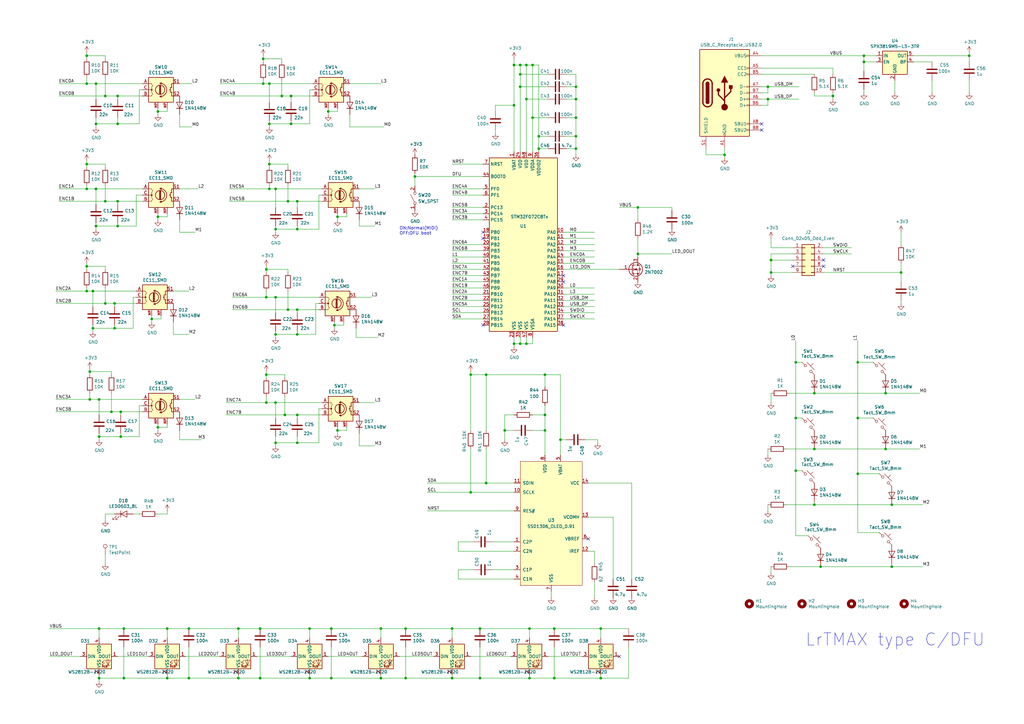
<source format=kicad_sch>
(kicad_sch (version 20211123) (generator eeschema)
  (paper "A3")
  (title_block (title "LrTMAX 1.2d") (date "2019-01-24") (company "Ruffles Inc,."))
  (junction (at 354.33 25.4))
  (junction (at 135.89 257.81))
  (junction (at 109.22 110.49))
  (junction (at 397.51 22.86))
  (junction (at 106.68 278.13))
  (junction (at 227.33 257.81))
  (junction (at 64.77 175.26))
  (junction (at 97.79 257.81))
  (junction (at 236.22 55.88))
  (junction (at 121.92 82.55))
  (junction (at 113.03 77.47))
  (junction (at 215.9 26.67))
  (junction (at 134.62 45.72))
  (junction (at 107.95 24.13))
  (junction (at 46.99 124.46))
  (junction (at 64.77 45.72))
  (junction (at 326.39 193.04))
  (junction (at 43.18 82.55))
  (junction (at 351.79 148.59))
  (junction (at 121.92 137.16))
  (junction (at 36.83 163.83))
  (junction (at 36.83 152.4))
  (junction (at 137.16 133.35))
  (junction (at 110.49 34.29))
  (junction (at 334.01 161.29))
  (junction (at 35.56 77.47))
  (junction (at 115.57 39.37))
  (junction (at 116.84 170.18))
  (junction (at 113.03 181.61))
  (junction (at 40.64 257.81))
  (junction (at 68.58 278.13))
  (junction (at 314.96 35.56))
  (junction (at 113.03 121.92))
  (junction (at 156.21 257.81))
  (junction (at 341.63 39.37))
  (junction (at 35.56 119.38))
  (junction (at 109.22 121.92))
  (junction (at 97.79 278.13))
  (junction (at 49.53 179.07))
  (junction (at 297.18 63.5))
  (junction (at 365.76 232.41))
  (junction (at 223.52 176.53))
  (junction (at 236.22 60.96))
  (junction (at 39.37 50.8))
  (junction (at 223.52 153.67))
  (junction (at 199.39 153.67))
  (junction (at 215.9 40.64))
  (junction (at 40.64 163.83))
  (junction (at 46.99 134.62))
  (junction (at 39.37 92.71))
  (junction (at 354.33 22.86))
  (junction (at 35.56 34.29))
  (junction (at 39.37 77.47))
  (junction (at 227.33 278.13))
  (junction (at 50.8 257.81))
  (junction (at 38.1 119.38))
  (junction (at 118.11 127))
  (junction (at 35.56 22.86))
  (junction (at 39.37 34.29))
  (junction (at 138.43 88.9))
  (junction (at 106.68 257.81))
  (junction (at 48.26 50.8))
  (junction (at 166.37 278.13))
  (junction (at 207.01 176.53))
  (junction (at 68.58 257.81))
  (junction (at 127 257.81))
  (junction (at 261.62 104.14))
  (junction (at 118.11 82.55))
  (junction (at 35.56 109.22))
  (junction (at 365.76 207.01))
  (junction (at 113.03 93.98))
  (junction (at 210.82 140.97))
  (junction (at 334.01 207.01))
  (junction (at 351.79 171.45))
  (junction (at 217.17 257.81))
  (junction (at 218.44 26.67))
  (junction (at 218.44 48.26))
  (junction (at 107.95 34.29))
  (junction (at 351.79 194.31))
  (junction (at 49.53 168.91))
  (junction (at 166.37 257.81))
  (junction (at 48.26 39.37))
  (junction (at 110.49 77.47))
  (junction (at 119.38 50.8))
  (junction (at 119.38 39.37))
  (junction (at 220.98 55.88))
  (junction (at 220.98 60.96))
  (junction (at 316.23 106.68))
  (junction (at 236.22 48.26))
  (junction (at 210.82 26.67))
  (junction (at 135.89 278.13))
  (junction (at 261.62 85.09))
  (junction (at 196.85 278.13))
  (junction (at 77.47 257.81))
  (junction (at 213.36 140.97))
  (junction (at 326.39 171.45))
  (junction (at 62.23 130.81))
  (junction (at 193.04 201.93))
  (junction (at 77.47 278.13))
  (junction (at 236.22 35.56))
  (junction (at 156.21 278.13))
  (junction (at 121.92 93.98))
  (junction (at 121.92 181.61))
  (junction (at 121.92 170.18))
  (junction (at 213.36 30.48))
  (junction (at 223.52 170.18))
  (junction (at 138.43 176.53))
  (junction (at 127 278.13))
  (junction (at 40.64 278.13))
  (junction (at 217.17 278.13))
  (junction (at 43.18 39.37))
  (junction (at 215.9 140.97))
  (junction (at 48.26 92.71))
  (junction (at 229.87 180.34))
  (junction (at 336.55 232.41))
  (junction (at 246.38 278.13))
  (junction (at 326.39 148.59))
  (junction (at 236.22 40.64))
  (junction (at 193.04 153.67))
  (junction (at 196.85 257.81))
  (junction (at 35.56 67.31))
  (junction (at 40.64 179.07))
  (junction (at 210.82 43.18))
  (junction (at 185.42 257.81))
  (junction (at 170.18 72.39))
  (junction (at 113.03 137.16))
  (junction (at 369.57 111.76))
  (junction (at 64.77 88.9))
  (junction (at 109.22 165.1))
  (junction (at 363.22 161.29))
  (junction (at 109.22 153.67))
  (junction (at 316.23 111.76))
  (junction (at 314.96 40.64))
  (junction (at 121.92 127))
  (junction (at 246.38 257.81))
  (junction (at 213.36 35.56))
  (junction (at 50.8 278.13))
  (junction (at 199.39 198.12))
  (junction (at 363.22 184.15))
  (junction (at 43.18 124.46))
  (junction (at 38.1 134.62))
  (junction (at 110.49 67.31))
  (junction (at 45.72 168.91))
  (junction (at 110.49 50.8))
  (junction (at 334.01 184.15))
  (junction (at 185.42 278.13))
  (junction (at 48.26 82.55))
  (junction (at 213.36 26.67))
  (junction (at 113.03 165.1))
  (no_connect (at 198.12 95.25))
  (no_connect (at 312.42 53.34))
  (no_connect (at 198.12 133.35))
  (no_connect (at 231.14 115.57))
  (no_connect (at 231.14 133.35))
  (no_connect (at 231.14 113.03))
  (no_connect (at 254 269.24))
  (no_connect (at 241.3 220.98))
  (no_connect (at 337.82 109.22))
  (no_connect (at 325.12 109.22))
  (no_connect (at 337.82 106.68))
  (no_connect (at 198.12 97.79))
  (no_connect (at 312.42 50.8))
  (no_connect (at 160.02 271.78))
  (wire (pts (xy 198.12 130.81) (xy 185.42 130.81)))
  (wire (pts (xy 223.52 170.18) (xy 223.52 176.53)))
  (wire (pts (xy 193.04 184.15) (xy 193.04 201.93)))
  (wire (pts (xy 138.43 176.53) (xy 138.43 177.8)))
  (wire (pts (xy 35.56 109.22) (xy 43.18 109.22)))
  (wire (pts (xy 54.61 121.92) (xy 54.61 134.62)))
  (wire (pts (xy 118.11 82.55) (xy 93.98 82.55)))
  (wire (pts (xy 73.66 52.07) (xy 78.74 52.07)))
  (wire (pts (xy 198.12 113.03) (xy 185.42 113.03)))
  (wire (pts (xy 227.33 278.13) (xy 246.38 278.13)))
  (wire (pts (xy 196.85 278.13) (xy 217.17 278.13)))
  (wire (pts (xy 113.03 165.1) (xy 132.08 165.1)))
  (wire (pts (xy 64.77 44.45) (xy 64.77 45.72)))
  (wire (pts (xy 232.41 55.88) (xy 236.22 55.88)))
  (wire (pts (xy 259.08 198.12) (xy 259.08 237.49)))
  (wire (pts (xy 132.08 170.18) (xy 121.92 170.18)))
  (wire (pts (xy 43.18 76.2) (xy 43.18 82.55)))
  (wire (pts (xy 170.18 76.2) (xy 170.18 72.39)))
  (wire (pts (xy 314.96 40.64) (xy 327.66 40.64)))
  (wire (pts (xy 240.03 180.34) (xy 245.11 180.34)))
  (wire (pts (xy 50.8 278.13) (xy 68.58 278.13)))
  (wire (pts (xy 147.32 77.47) (xy 153.67 77.47)))
  (wire (pts (xy 106.68 257.81) (xy 97.79 257.81)))
  (wire (pts (xy 113.03 137.16) (xy 121.92 137.16)))
  (wire (pts (xy 351.79 218.44) (xy 360.68 218.44)))
  (wire (pts (xy 140.97 133.35) (xy 137.16 133.35)))
  (wire (pts (xy 185.42 278.13) (xy 196.85 278.13)))
  (wire (pts (xy 113.03 92.71) (xy 113.03 93.98)))
  (wire (pts (xy 261.62 104.14) (xy 261.62 97.79)))
  (wire (pts (xy 363.22 161.29) (xy 377.19 161.29)))
  (wire (pts (xy 128.27 34.29) (xy 110.49 34.29)))
  (wire (pts (xy 134.62 45.72) (xy 138.43 45.72)))
  (wire (pts (xy 49.53 170.18) (xy 49.53 168.91)))
  (wire (pts (xy 107.95 24.13) (xy 107.95 25.4)))
  (wire (pts (xy 217.17 278.13) (xy 227.33 278.13)))
  (wire (pts (xy 236.22 40.64) (xy 236.22 48.26)))
  (wire (pts (xy 62.23 129.54) (xy 62.23 130.81)))
  (wire (pts (xy 130.81 124.46) (xy 129.54 124.46)))
  (wire (pts (xy 73.66 77.47) (xy 81.28 77.47)))
  (wire (pts (xy 210.82 43.18) (xy 210.82 26.67)))
  (wire (pts (xy 241.3 198.12) (xy 259.08 198.12)))
  (wire (pts (xy 316.23 106.68) (xy 316.23 104.14)))
  (wire (pts (xy 316.23 165.1) (xy 316.23 161.29)))
  (wire (pts (xy 110.49 77.47) (xy 93.98 77.47)))
  (wire (pts (xy 115.57 24.13) (xy 107.95 24.13)))
  (wire (pts (xy 62.23 130.81) (xy 62.23 132.08)))
  (wire (pts (xy 64.77 88.9) (xy 68.58 88.9)))
  (wire (pts (xy 48.26 40.64) (xy 48.26 39.37)))
  (wire (pts (xy 58.42 166.37) (xy 57.15 166.37)))
  (wire (pts (xy 316.23 106.68) (xy 325.12 106.68)))
  (wire (pts (xy 323.85 161.29) (xy 334.01 161.29)))
  (wire (pts (xy 217.17 261.62) (xy 217.17 257.81)))
  (wire (pts (xy 198.12 80.01) (xy 185.42 80.01)))
  (wire (pts (xy 261.62 105.41) (xy 261.62 104.14)))
  (wire (pts (xy 64.77 88.9) (xy 64.77 90.17)))
  (wire (pts (xy 314.96 209.55) (xy 314.96 207.01)))
  (wire (pts (xy 289.56 63.5) (xy 289.56 60.96)))
  (wire (pts (xy 236.22 40.64) (xy 236.22 35.56)))
  (wire (pts (xy 326.39 139.7) (xy 326.39 148.59)))
  (wire (pts (xy 130.81 121.92) (xy 113.03 121.92)))
  (wire (pts (xy 312.42 35.56) (xy 314.96 35.56)))
  (wire (pts (xy 46.99 124.46) (xy 43.18 124.46)))
  (wire (pts (xy 142.24 176.53) (xy 142.24 175.26)))
  (wire (pts (xy 132.08 82.55) (xy 121.92 82.55)))
  (wire (pts (xy 35.56 109.22) (xy 35.56 110.49)))
  (wire (pts (xy 365.76 207.01) (xy 378.46 207.01)))
  (wire (pts (xy 109.22 153.67) (xy 109.22 154.94)))
  (wire (pts (xy 77.47 278.13) (xy 97.79 278.13)))
  (wire (pts (xy 68.58 257.81) (xy 50.8 257.81)))
  (wire (pts (xy 198.12 123.19) (xy 185.42 123.19)))
  (wire (pts (xy 201.93 222.25) (xy 210.82 222.25)))
  (wire (pts (xy 35.56 21.59) (xy 35.56 22.86)))
  (wire (pts (xy 312.42 40.64) (xy 314.96 40.64)))
  (wire (pts (xy 57.15 50.8) (xy 48.26 50.8)))
  (wire (pts (xy 334.01 184.15) (xy 363.22 184.15)))
  (wire (pts (xy 193.04 176.53) (xy 193.04 153.67)))
  (wire (pts (xy 224.79 30.48) (xy 213.36 30.48)))
  (wire (pts (xy 210.82 138.43) (xy 210.82 140.97)))
  (wire (pts (xy 147.32 90.17) (xy 147.32 92.71)))
  (wire (pts (xy 64.77 173.99) (xy 64.77 175.26)))
  (wire (pts (xy 113.03 93.98) (xy 121.92 93.98)))
  (wire (pts (xy 236.22 35.56) (xy 236.22 30.48)))
  (wire (pts (xy 49.53 179.07) (xy 49.53 177.8)))
  (wire (pts (xy 198.12 115.57) (xy 185.42 115.57)))
  (wire (pts (xy 166.37 265.43) (xy 166.37 278.13)))
  (wire (pts (xy 48.26 39.37) (xy 43.18 39.37)))
  (wire (pts (xy 213.36 62.23) (xy 213.36 35.56)))
  (wire (pts (xy 245.11 180.34) (xy 245.11 181.61)))
  (wire (pts (xy 397.51 25.4) (xy 397.51 22.86)))
  (wire (pts (xy 73.66 90.17) (xy 73.66 95.25)))
  (wire (pts (xy 35.56 34.29) (xy 24.13 34.29)))
  (wire (pts (xy 43.18 68.58) (xy 43.18 67.31)))
  (wire (pts (xy 246.38 278.13) (xy 246.38 276.86)))
  (wire (pts (xy 39.37 92.71) (xy 48.26 92.71)))
  (wire (pts (xy 231.14 105.41) (xy 243.84 105.41)))
  (wire (pts (xy 314.96 38.1) (xy 314.96 35.56)))
  (wire (pts (xy 118.11 127) (xy 95.25 127)))
  (wire (pts (xy 382.27 33.02) (xy 382.27 38.1)))
  (wire (pts (xy 43.18 67.31) (xy 35.56 67.31)))
  (wire (pts (xy 316.23 104.14) (xy 325.12 104.14)))
  (wire (pts (xy 132.08 167.64) (xy 130.81 167.64)))
  (wire (pts (xy 223.52 158.75) (xy 223.52 153.67)))
  (wire (pts (xy 199.39 153.67) (xy 223.52 153.67)))
  (wire (pts (xy 134.62 46.99) (xy 134.62 45.72)))
  (wire (pts (xy 43.18 24.13) (xy 43.18 22.86)))
  (wire (pts (xy 113.03 128.27) (xy 113.03 121.92)))
  (wire (pts (xy 241.3 212.09) (xy 251.46 212.09)))
  (wire (pts (xy 58.42 39.37) (xy 48.26 39.37)))
  (wire (pts (xy 110.49 34.29) (xy 107.95 34.29)))
  (wire (pts (xy 166.37 257.81) (xy 156.21 257.81)))
  (wire (pts (xy 115.57 39.37) (xy 90.17 39.37)))
  (wire (pts (xy 127 50.8) (xy 127 36.83)))
  (wire (pts (xy 215.9 138.43) (xy 215.9 140.97)))
  (wire (pts (xy 229.87 153.67) (xy 229.87 180.34)))
  (wire (pts (xy 185.42 257.81) (xy 166.37 257.81)))
  (wire (pts (xy 119.38 50.8) (xy 127 50.8)))
  (wire (pts (xy 199.39 198.12) (xy 210.82 198.12)))
  (wire (pts (xy 374.65 22.86) (xy 397.51 22.86)))
  (wire (pts (xy 185.42 261.62) (xy 185.42 257.81)))
  (wire (pts (xy 215.9 140.97) (xy 218.44 140.97)))
  (wire (pts (xy 130.81 93.98) (xy 130.81 80.01)))
  (wire (pts (xy 243.84 245.11) (xy 243.84 238.76)))
  (wire (pts (xy 326.39 219.71) (xy 326.39 193.04)))
  (wire (pts (xy 369.57 111.76) (xy 369.57 115.57)))
  (wire (pts (xy 35.56 22.86) (xy 35.56 24.13)))
  (wire (pts (xy 215.9 40.64) (xy 215.9 62.23)))
  (wire (pts (xy 223.52 166.37) (xy 223.52 170.18)))
  (wire (pts (xy 115.57 25.4) (xy 115.57 24.13)))
  (wire (pts (xy 261.62 85.09) (xy 275.59 85.09)))
  (wire (pts (xy 336.55 232.41) (xy 365.76 232.41)))
  (wire (pts (xy 110.49 66.04) (xy 110.49 67.31)))
  (wire (pts (xy 36.83 163.83) (xy 22.86 163.83)))
  (wire (pts (xy 254 85.09) (xy 261.62 85.09)))
  (wire (pts (xy 129.54 137.16) (xy 121.92 137.16)))
  (wire (pts (xy 261.62 104.14) (xy 275.59 104.14)))
  (wire (pts (xy 121.92 171.45) (xy 121.92 170.18)))
  (wire (pts (xy 218.44 26.67) (xy 215.9 26.67)))
  (wire (pts (xy 135.89 265.43) (xy 135.89 278.13)))
  (wire (pts (xy 105.41 269.24) (xy 119.38 269.24)))
  (wire (pts (xy 140.97 132.08) (xy 140.97 133.35)))
  (wire (pts (xy 232.41 40.64) (xy 236.22 40.64)))
  (wire (pts (xy 39.37 92.71) (xy 39.37 93.98)))
  (wire (pts (xy 193.04 269.24) (xy 209.55 269.24)))
  (wire (pts (xy 215.9 40.64) (xy 215.9 26.67)))
  (wire (pts (xy 203.2 43.18) (xy 210.82 43.18)))
  (wire (pts (xy 48.26 92.71) (xy 55.88 92.71)))
  (wire (pts (xy 365.76 232.41) (xy 378.46 232.41)))
  (wire (pts (xy 369.57 123.19) (xy 369.57 124.46)))
  (wire (pts (xy 210.82 226.06) (xy 187.96 226.06)))
  (wire (pts (xy 109.22 121.92) (xy 95.25 121.92)))
  (wire (pts (xy 246.38 257.81) (xy 257.81 257.81)))
  (wire (pts (xy 213.36 30.48) (xy 213.36 26.67)))
  (wire (pts (xy 43.18 109.22) (xy 43.18 110.49)))
  (wire (pts (xy 312.42 38.1) (xy 314.96 38.1)))
  (wire (pts (xy 289.56 63.5) (xy 297.18 63.5)))
  (wire (pts (xy 220.98 60.96) (xy 220.98 55.88)))
  (wire (pts (xy 231.14 125.73) (xy 243.84 125.73)))
  (wire (pts (xy 73.66 180.34) (xy 82.55 180.34)))
  (wire (pts (xy 231.14 128.27) (xy 243.84 128.27)))
  (wire (pts (xy 64.77 175.26) (xy 64.77 176.53)))
  (wire (pts (xy 231.14 110.49) (xy 254 110.49)))
  (wire (pts (xy 316.23 111.76) (xy 316.23 106.68)))
  (wire (pts (xy 55.88 124.46) (xy 46.99 124.46)))
  (wire (pts (xy 217.17 276.86) (xy 217.17 278.13)))
  (wire (pts (xy 73.66 34.29) (xy 78.74 34.29)))
  (wire (pts (xy 134.62 45.72) (xy 134.62 44.45)))
  (wire (pts (xy 116.84 153.67) (xy 109.22 153.67)))
  (wire (pts (xy 218.44 48.26) (xy 218.44 62.23)))
  (wire (pts (xy 351.79 139.7) (xy 351.79 148.59)))
  (wire (pts (xy 76.2 269.24) (xy 90.17 269.24)))
  (wire (pts (xy 35.56 77.47) (xy 24.13 77.47)))
  (wire (pts (xy 121.92 85.09) (xy 121.92 82.55)))
  (wire (pts (xy 113.03 77.47) (xy 110.49 77.47)))
  (wire (pts (xy 210.82 209.55) (xy 175.26 209.55)))
  (wire (pts (xy 337.82 111.76) (xy 369.57 111.76)))
  (wire (pts (xy 229.87 180.34) (xy 232.41 180.34)))
  (wire (pts (xy 363.22 184.15) (xy 377.19 184.15)))
  (wire (pts (xy 129.54 124.46) (xy 129.54 137.16)))
  (wire (pts (xy 243.84 231.14) (xy 243.84 226.06)))
  (wire (pts (xy 97.79 257.81) (xy 77.47 257.81)))
  (wire (pts (xy 229.87 180.34) (xy 229.87 186.69)))
  (wire (pts (xy 113.03 93.98) (xy 113.03 95.25)))
  (wire (pts (xy 137.16 133.35) (xy 137.16 134.62)))
  (wire (pts (xy 119.38 39.37) (xy 115.57 39.37)))
  (wire (pts (xy 39.37 52.07) (xy 39.37 50.8)))
  (wire (pts (xy 109.22 119.38) (xy 109.22 121.92)))
  (wire (pts (xy 130.81 167.64) (xy 130.81 181.61)))
  (wire (pts (xy 39.37 34.29) (xy 35.56 34.29)))
  (wire (pts (xy 297.18 64.77) (xy 297.18 63.5)))
  (wire (pts (xy 77.47 265.43) (xy 77.47 278.13)))
  (wire (pts (xy 224.79 35.56) (xy 213.36 35.56)))
  (wire (pts (xy 137.16 132.08) (xy 137.16 133.35)))
  (wire (pts (xy 231.14 95.25) (xy 243.84 95.25)))
  (wire (pts (xy 193.04 153.67) (xy 193.04 152.4)))
  (wire (pts (xy 198.12 77.47) (xy 185.42 77.47)))
  (wire (pts (xy 128.27 39.37) (xy 119.38 39.37)))
  (wire (pts (xy 236.22 48.26) (xy 236.22 55.88)))
  (wire (pts (xy 121.92 181.61) (xy 113.03 181.61)))
  (wire (pts (xy 73.66 176.53) (xy 73.66 180.34)))
  (wire (pts (xy 223.52 176.53) (xy 223.52 186.69)))
  (wire (pts (xy 261.62 85.09) (xy 261.62 90.17)))
  (wire (pts (xy 40.64 177.8) (xy 40.64 179.07)))
  (wire (pts (xy 218.44 48.26) (xy 218.44 26.67)))
  (wire (pts (xy 337.82 104.14) (xy 349.25 104.14)))
  (wire (pts (xy 185.42 107.95) (xy 198.12 107.95)))
  (wire (pts (xy 39.37 77.47) (xy 35.56 77.47)))
  (wire (pts (xy 38.1 125.73) (xy 38.1 119.38)))
  (wire (pts (xy 185.42 87.63) (xy 198.12 87.63)))
  (wire (pts (xy 166.37 278.13) (xy 185.42 278.13)))
  (wire (pts (xy 127 36.83) (xy 128.27 36.83)))
  (wire (pts (xy 110.49 52.07) (xy 110.49 50.8)))
  (wire (pts (xy 43.18 124.46) (xy 22.86 124.46)))
  (wire (pts (xy 121.92 137.16) (xy 121.92 135.89)))
  (wire (pts (xy 246.38 278.13) (xy 257.81 278.13)))
  (wire (pts (xy 121.92 170.18) (xy 116.84 170.18)))
  (wire (pts (xy 68.58 173.99) (xy 68.58 175.26)))
  (wire (pts (xy 314.96 35.56) (xy 327.66 35.56)))
  (wire (pts (xy 110.49 41.91) (xy 110.49 34.29)))
  (wire (pts (xy 218.44 176.53) (xy 223.52 176.53)))
  (wire (pts (xy 73.66 95.25) (xy 80.01 95.25)))
  (wire (pts (xy 40.64 163.83) (xy 36.83 163.83)))
  (wire (pts (xy 118.11 76.2) (xy 118.11 82.55)))
  (wire (pts (xy 213.36 26.67) (xy 210.82 26.67)))
  (wire (pts (xy 127 261.62) (xy 127 257.81)))
  (wire (pts (xy 58.42 168.91) (xy 49.53 168.91)))
  (wire (pts (xy 354.33 29.21) (xy 354.33 25.4)))
  (wire (pts (xy 109.22 162.56) (xy 109.22 165.1)))
  (wire (pts (xy 71.12 137.16) (xy 77.47 137.16)))
  (wire (pts (xy 110.49 67.31) (xy 110.49 68.58)))
  (wire (pts (xy 43.18 82.55) (xy 24.13 82.55)))
  (wire (pts (xy 358.14 148.59) (xy 351.79 148.59)))
  (wire (pts (xy 68.58 278.13) (xy 77.47 278.13)))
  (wire (pts (xy 341.63 40.64) (xy 341.63 39.37)))
  (wire (pts (xy 58.42 77.47) (xy 39.37 77.47)))
  (wire (pts (xy 48.26 50.8) (xy 39.37 50.8)))
  (wire (pts (xy 193.04 201.93) (xy 210.82 201.93)))
  (wire (pts (xy 113.03 182.88) (xy 113.03 181.61)))
  (wire (pts (xy 40.64 170.18) (xy 40.64 163.83)))
  (wire (pts (xy 331.47 219.71) (xy 326.39 219.71)))
  (wire (pts (xy 113.03 85.09) (xy 113.03 77.47)))
  (wire (pts (xy 194.31 233.68) (xy 187.96 233.68)))
  (wire (pts (xy 215.9 26.67) (xy 213.36 26.67)))
  (wire (pts (xy 198.12 85.09) (xy 185.42 85.09)))
  (wire (pts (xy 110.49 50.8) (xy 110.49 49.53)))
  (wire (pts (xy 68.58 261.62) (xy 68.58 257.81)))
  (wire (pts (xy 185.42 110.49) (xy 198.12 110.49)))
  (wire (pts (xy 297.18 60.96) (xy 297.18 63.5)))
  (wire (pts (xy 97.79 276.86) (xy 97.79 278.13)))
  (wire (pts (xy 121.92 93.98) (xy 130.81 93.98)))
  (wire (pts (xy 39.37 34.29) (xy 58.42 34.29)))
  (wire (pts (xy 45.72 153.67) (xy 45.72 152.4)))
  (wire (pts (xy 170.18 71.12) (xy 170.18 72.39)))
  (wire (pts (xy 40.64 278.13) (xy 40.64 276.86)))
  (wire (pts (xy 109.22 152.4) (xy 109.22 153.67)))
  (wire (pts (xy 369.57 107.95) (xy 369.57 111.76)))
  (wire (pts (xy 55.88 119.38) (xy 38.1 119.38)))
  (wire (pts (xy 207.01 170.18) (xy 207.01 176.53)))
  (wire (pts (xy 135.89 257.81) (xy 127 257.81)))
  (wire (pts (xy 109.22 109.22) (xy 109.22 110.49)))
  (wire (pts (xy 35.56 118.11) (xy 35.56 119.38)))
  (wire (pts (xy 147.32 165.1) (xy 153.67 165.1)))
  (wire (pts (xy 314.96 43.18) (xy 314.96 40.64)))
  (wire (pts (xy 55.88 92.71) (xy 55.88 80.01)))
  (wire (pts (xy 175.26 198.12) (xy 199.39 198.12)))
  (wire (pts (xy 35.56 119.38) (xy 22.86 119.38)))
  (wire (pts (xy 231.14 120.65) (xy 243.84 120.65)))
  (wire (pts (xy 196.85 257.81) (xy 217.17 257.81)))
  (wire (pts (xy 341.63 39.37) (xy 341.63 38.1)))
  (wire (pts (xy 143.51 52.07) (xy 157.48 52.07)))
  (wire (pts (xy 199.39 184.15) (xy 199.39 198.12)))
  (wire (pts (xy 213.36 138.43) (xy 213.36 140.97)))
  (wire (pts (xy 45.72 152.4) (xy 36.83 152.4)))
  (wire (pts (xy 116.84 162.56) (xy 116.84 170.18)))
  (wire (pts (xy 138.43 45.72) (xy 138.43 44.45)))
  (wire (pts (xy 119.38 49.53) (xy 119.38 50.8)))
  (wire (pts (xy 224.79 269.24) (xy 238.76 269.24)))
  (wire (pts (xy 40.64 179.07) (xy 40.64 180.34)))
  (wire (pts (xy 156.21 278.13) (xy 166.37 278.13)))
  (wire (pts (xy 40.64 278.13) (xy 50.8 278.13)))
  (wire (pts (xy 130.81 80.01) (xy 132.08 80.01)))
  (wire (pts (xy 92.71 170.18) (xy 116.84 170.18)))
  (wire (pts (xy 73.66 46.99) (xy 73.66 52.07)))
  (wire (pts (xy 39.37 83.82) (xy 39.37 77.47)))
  (wire (pts (xy 325.12 101.6) (xy 316.23 101.6)))
  (wire (pts (xy 46.99 133.35) (xy 46.99 134.62)))
  (wire (pts (xy 55.88 80.01) (xy 58.42 80.01)))
  (wire (pts (xy 326.39 171.45) (xy 326.39 193.04)))
  (wire (pts (xy 198.12 100.33) (xy 185.42 100.33)))
  (wire (pts (xy 369.57 95.25) (xy 369.57 100.33)))
  (wire (pts (xy 351.79 171.45) (xy 351.79 194.31)))
  (wire (pts (xy 224.79 40.64) (xy 215.9 40.64)))
  (wire (pts (xy 231.14 123.19) (xy 243.84 123.19)))
  (wire (pts (xy 45.72 168.91) (xy 22.86 168.91)))
  (wire (pts (xy 365.76 232.41) (xy 365.76 231.14)))
  (wire (pts (xy 64.77 210.82) (xy 68.58 210.82)))
  (wire (pts (xy 223.52 153.67) (xy 229.87 153.67)))
  (wire (pts (xy 198.12 67.31) (xy 185.42 67.31)))
  (wire (pts (xy 187.96 233.68) (xy 187.96 237.49)))
  (wire (pts (xy 187.96 222.25) (xy 187.96 226.06)))
  (wire (pts (xy 257.81 278.13) (xy 257.81 265.43)))
  (wire (pts (xy 46.99 125.73) (xy 46.99 124.46)))
  (wire (pts (xy 201.93 233.68) (xy 210.82 233.68)))
  (wire (pts (xy 314.96 186.69) (xy 314.96 184.15)))
  (wire (pts (xy 203.2 54.61) (xy 203.2 53.34)))
  (wire (pts (xy 147.32 92.71) (xy 153.67 92.71)))
  (wire (pts (xy 43.18 231.14) (xy 43.18 227.33)))
  (wire (pts (xy 130.81 127) (xy 121.92 127)))
  (wire (pts (xy 50.8 257.81) (xy 40.64 257.81)))
  (wire (pts (xy 48.26 269.24) (xy 60.96 269.24)))
  (wire (pts (xy 73.66 163.83) (xy 80.01 163.83)))
  (wire (pts (xy 77.47 257.81) (xy 68.58 257.81)))
  (wire (pts (xy 68.58 88.9) (xy 68.58 87.63)))
  (wire (pts (xy 106.68 265.43) (xy 106.68 278.13)))
  (wire (pts (xy 231.14 100.33) (xy 243.84 100.33)))
  (wire (pts (xy 142.24 87.63) (xy 142.24 88.9)))
  (wire (pts (xy 64.77 45.72) (xy 68.58 45.72)))
  (wire (pts (xy 198.12 125.73) (xy 185.42 125.73)))
  (wire (pts (xy 48.26 83.82) (xy 48.26 82.55)))
  (wire (pts (xy 68.58 45.72) (xy 68.58 44.45)))
  (wire (pts (xy 113.03 181.61) (xy 113.03 179.07)))
  (wire (pts (xy 323.85 232.41) (xy 336.55 232.41)))
  (wire (pts (xy 220.98 55.88) (xy 220.98 26.67)))
  (wire (pts (xy 127 278.13) (xy 135.89 278.13)))
  (wire (pts (xy 43.18 39.37) (xy 24.13 39.37)))
  (wire (pts (xy 207.01 176.53) (xy 207.01 180.34)))
  (wire (pts (xy 54.61 134.62) (xy 46.99 134.62)))
  (wire (pts (xy 210.82 176.53) (xy 207.01 176.53)))
  (wire (pts (xy 20.32 257.81) (xy 40.64 257.81)))
  (wire (pts (xy 43.18 31.75) (xy 43.18 39.37)))
  (wire (pts (xy 92.71 165.1) (xy 109.22 165.1)))
  (wire (pts (xy 198.12 118.11) (xy 185.42 118.11)))
  (wire (pts (xy 130.81 181.61) (xy 121.92 181.61)))
  (wire (pts (xy 35.56 67.31) (xy 35.56 68.58)))
  (wire (pts (xy 360.68 194.31) (xy 351.79 194.31)))
  (wire (pts (xy 113.03 135.89) (xy 113.03 137.16)))
  (wire (pts (xy 213.36 35.56) (xy 213.36 30.48)))
  (wire (pts (xy 64.77 45.72) (xy 64.77 46.99)))
  (wire (pts (xy 334.01 39.37) (xy 341.63 39.37)))
  (wire (pts (xy 326.39 148.59) (xy 326.39 171.45)))
  (wire (pts (xy 49.53 168.91) (xy 45.72 168.91)))
  (wire (pts (xy 334.01 38.1) (xy 334.01 39.37)))
  (wire (pts (xy 210.82 26.67) (xy 210.82 24.13)))
  (wire (pts (xy 43.18 213.36) (xy 43.18 210.82)))
  (wire (pts (xy 109.22 110.49) (xy 109.22 111.76)))
  (wire (pts (xy 224.79 48.26) (xy 218.44 48.26)))
  (wire (pts (xy 232.41 48.26) (xy 236.22 48.26)))
  (wire (pts (xy 203.2 45.72) (xy 203.2 43.18)))
  (wire (pts (xy 64.77 87.63) (xy 64.77 88.9)))
  (wire (pts (xy 113.03 171.45) (xy 113.03 165.1)))
  (wire (pts (xy 175.26 201.93) (xy 193.04 201.93)))
  (wire (pts (xy 328.93 148.59) (xy 326.39 148.59)))
  (wire (pts (xy 337.82 101.6) (xy 349.25 101.6)))
  (wire (pts (xy 185.42 105.41) (xy 198.12 105.41)))
  (wire (pts (xy 46.99 134.62) (xy 38.1 134.62)))
  (wire (pts (xy 36.83 161.29) (xy 36.83 163.83)))
  (wire (pts (xy 193.04 153.67) (xy 199.39 153.67)))
  (wire (pts (xy 127 257.81) (xy 106.68 257.81)))
  (wire (pts (xy 220.98 26.67) (xy 218.44 26.67)))
  (wire (pts (xy 374.65 25.4) (xy 382.27 25.4)))
  (wire (pts (xy 185.42 102.87) (xy 198.12 102.87)))
  (wire (pts (xy 146.05 121.92) (xy 152.4 121.92)))
  (wire (pts (xy 227.33 265.43) (xy 227.33 278.13)))
  (wire (pts (xy 210.82 170.18) (xy 207.01 170.18)))
  (wire (pts (xy 251.46 212.09) (xy 251.46 237.49)))
  (wire (pts (xy 142.24 88.9) (xy 138.43 88.9)))
  (wire (pts (xy 68.58 276.86) (xy 68.58 278.13)))
  (wire (pts (xy 38.1 119.38) (xy 35.56 119.38)))
  (wire (pts (xy 118.11 68.58) (xy 118.11 67.31)))
  (wire (pts (xy 196.85 278.13) (xy 196.85 265.43)))
  (wire (pts (xy 35.56 107.95) (xy 35.56 109.22)))
  (wire (pts (xy 334.01 205.74) (xy 334.01 207.01)))
  (wire (pts (xy 135.89 278.13) (xy 156.21 278.13)))
  (wire (pts (xy 354.33 25.4) (xy 354.33 22.86)))
  (wire (pts (xy 227.33 257.81) (xy 217.17 257.81)))
  (wire (pts (xy 57.15 36.83) (xy 57.15 50.8)))
  (wire (pts (xy 119.38 41.91) (xy 119.38 39.37)))
  (wire (pts (xy 40.64 279.4) (xy 40.64 278.13)))
  (wire (pts (xy 312.42 22.86) (xy 354.33 22.86)))
  (wire (pts (xy 275.59 85.09) (xy 275.59 86.36)))
  (wire (pts (xy 68.58 210.82) (xy 68.58 209.55)))
  (wire (pts (xy 316.23 113.03) (xy 316.23 111.76)))
  (wire (pts (xy 50.8 265.43) (xy 50.8 278.13)))
  (wire (pts (xy 232.41 35.56) (xy 236.22 35.56)))
  (wire (pts (xy 57.15 166.37) (xy 57.15 179.07)))
  (wire (pts (xy 143.51 34.29) (xy 156.21 34.29)))
  (wire (pts (xy 351.79 148.59) (xy 351.79 171.45)))
  (wire (pts (xy 132.08 77.47) (xy 113.03 77.47)))
  (wire (pts (xy 113.03 165.1) (xy 109.22 165.1)))
  (wire (pts (xy 48.26 48.26) (xy 48.26 50.8)))
  (wire (pts (xy 121.92 92.71) (xy 121.92 93.98)))
  (wire (pts (xy 224.79 55.88) (xy 220.98 55.88)))
  (wire (pts (xy 359.41 25.4) (xy 354.33 25.4)))
  (wire (pts (xy 397.51 22.86) (xy 397.51 21.59)))
  (wire (pts (xy 170.18 72.39) (xy 198.12 72.39)))
  (wire (pts (xy 397.51 38.1) (xy 397.51 33.02)))
  (wire (pts (xy 121.92 82.55) (xy 118.11 82.55)))
  (wire (pts (xy 231.14 97.79) (xy 243.84 97.79)))
  (wire (pts (xy 143.51 46.99) (xy 143.51 52.07)))
  (wire (pts (xy 39.37 91.44) (xy 39.37 92.71)))
  (wire (pts (xy 115.57 33.02) (xy 115.57 39.37)))
  (wire (pts (xy 236.22 63.5) (xy 236.22 60.96)))
  (wire (pts (xy 39.37 50.8) (xy 39.37 48.26)))
  (wire (pts (xy 107.95 34.29) (xy 90.17 34.29)))
  (wire (pts (xy 328.93 171.45) (xy 326.39 171.45)))
  (wire (pts (xy 146.05 134.62) (xy 146.05 138.43)))
  (wire (pts (xy 185.42 257.81) (xy 196.85 257.81)))
  (wire (pts (xy 198.12 128.27) (xy 185.42 128.27)))
  (wire (pts (xy 218.44 140.97) (xy 218.44 138.43)))
  (wire (pts (xy 118.11 119.38) (xy 118.11 127)))
  (wire (pts (xy 66.04 129.54) (xy 66.04 130.81)))
  (wire (pts (xy 232.41 60.96) (xy 236.22 60.96)))
  (wire (pts (xy 97.79 278.13) (xy 106.68 278.13)))
  (wire (pts (xy 226.06 242.57) (xy 226.06 245.11)))
  (wire (pts (xy 138.43 87.63) (xy 138.43 88.9)))
  (wire (pts (xy 198.12 120.65) (xy 185.42 120.65)))
  (wire (pts (xy 316.23 111.76) (xy 325.12 111.76)))
  (wire (pts (xy 40.64 179.07) (xy 49.53 179.07)))
  (wire (pts (xy 220.98 62.23) (xy 220.98 60.96)))
  (wire (pts (xy 48.26 82.55) (xy 43.18 82.55)))
  (wire (pts (xy 334.01 30.48) (xy 312.42 30.48)))
  (wire (pts (xy 146.05 138.43) (xy 154.94 138.43)))
  (wire (pts (xy 231.14 118.11) (xy 243.84 118.11)))
  (wire (pts (xy 231.14 102.87) (xy 243.84 102.87)))
  (wire (pts (xy 185.42 278.13) (xy 185.42 276.86)))
  (wire (pts (xy 97.79 261.62) (xy 97.79 257.81)))
  (wire (pts (xy 316.23 234.95) (xy 316.23 232.41)))
  (wire (pts (xy 121.92 179.07) (xy 121.92 181.61)))
  (wire (pts (xy 110.49 76.2) (xy 110.49 77.47)))
  (wire (pts (xy 341.63 27.94) (xy 312.42 27.94)))
  (wire (pts (xy 58.42 36.83) (xy 57.15 36.83)))
  (wire (pts (xy 199.39 176.53) (xy 199.39 153.67)))
  (wire (pts (xy 241.3 226.06) (xy 243.84 226.06)))
  (wire (pts (xy 147.32 182.88) (xy 153.67 182.88)))
  (wire (pts (xy 156.21 257.81) (xy 135.89 257.81)))
  (wire (pts (xy 156.21 276.86) (xy 156.21 278.13)))
  (wire (pts (xy 110.49 50.8) (xy 119.38 50.8)))
  (wire (pts (xy 246.38 261.62) (xy 246.38 257.81)))
  (wire (pts (xy 43.18 210.82) (xy 46.99 210.82)))
  (wire (pts (xy 236.22 60.96) (xy 236.22 55.88)))
  (wire (pts (xy 210.82 140.97) (xy 210.82 142.24)))
  (wire (pts (xy 121.92 128.27) (xy 121.92 127)))
  (wire (pts (xy 57.15 179.07) (xy 49.53 179.07)))
  (wire (pts (xy 147.32 177.8) (xy 147.32 182.88)))
  (wire (pts (xy 231.14 130.81) (xy 243.84 130.81)))
  (wire (pts (xy 106.68 278.13) (xy 127 278.13)))
  (wire (pts (xy 354.33 22.86) (xy 359.41 22.86)))
  (wire (pts (xy 322.58 207.01) (xy 334.01 207.01)))
  (wire (pts (xy 36.83 152.4) (xy 36.83 153.67)))
  (wire (pts (xy 341.63 30.48) (xy 341.63 27.94)))
  (wire (pts (xy 107.95 33.02) (xy 107.95 34.29)))
  (wire (pts (xy 38.1 135.89) (xy 38.1 134.62)))
  (wire (pts (xy 107.95 22.86) (xy 107.95 24.13)))
  (wire (pts (xy 71.12 119.38) (xy 77.47 119.38)))
  (wire (pts (xy 210.82 62.23) (xy 210.82 43.18)))
  (wire (pts (xy 316.23 101.6) (xy 316.23 97.79)))
  (wire (pts (xy 134.62 269.24) (xy 148.59 269.24)))
  (wire (pts (xy 48.26 91.44) (xy 48.26 92.71)))
  (wire (pts (xy 118.11 111.76) (xy 118.11 110.49)))
  (wire (pts (xy 62.23 130.81) (xy 66.04 130.81)))
  (wire (pts (xy 210.82 237.49) (xy 187.96 237.49)))
  (wire (pts (xy 218.44 170.18) (xy 223.52 170.18)))
  (wire (pts (xy 334.01 207.01) (xy 365.76 207.01)))
  (wire (pts (xy 113.03 121.92) (xy 109.22 121.92)))
  (wire (pts (xy 45.72 161.29) (xy 45.72 168.91)))
  (wire (pts (xy 36.83 151.13) (xy 36.83 152.4)))
  (wire (pts (xy 312.42 43.18) (xy 314.96 43.18)))
  (wire (pts (xy 58.42 82.55) (xy 48.26 82.55)))
  (wire (pts (xy 354.33 38.1) (xy 354.33 36.83)))
  (wire (pts (xy 55.88 121.92) (xy 54.61 121.92)))
  (wire (pts (xy 351.79 218.44) (xy 351.79 194.31)))
  (wire (pts (xy 163.83 269.24) (xy 177.8 269.24)))
  (wire (pts (xy 68.58 175.26) (xy 64.77 175.26)))
  (wire (pts (xy 231.14 107.95) (xy 243.84 107.95)))
  (wire (pts (xy 35.56 66.04) (xy 35.56 67.31)))
  (wire (pts (xy 54.61 210.82) (xy 57.15 210.82)))
  (wire (pts (xy 58.42 163.83) (xy 40.64 163.83)))
  (wire (pts (xy 40.64 261.62) (xy 40.64 257.81)))
  (wire (pts (xy 43.18 22.86) (xy 35.56 22.86)))
  (wire (pts (xy 246.38 257.81) (xy 227.33 257.81)))
  (wire (pts (xy 328.93 193.04) (xy 326.39 193.04)))
  (wire (pts (xy 358.14 171.45) (xy 351.79 171.45)))
  (wire (pts (xy 118.11 67.31) (xy 110.49 67.31)))
  (wire (pts (xy 39.37 40.64) (xy 39.37 34.29)))
  (wire (pts (xy 43.18 118.11) (xy 43.18 124.46)))
  (wire (pts (xy 71.12 132.08) (xy 71.12 137.16)))
  (wire (pts (xy 213.36 140.97) (xy 215.9 140.97)))
  (wire (pts (xy 156.21 261.62) (xy 156.21 257.81)))
  (wire (pts (xy 220.98 60.96) (xy 224.79 60.96)))
  (wire (pts (xy 367.03 38.1) (xy 367.03 33.02)))
  (wire (pts (xy 121.92 127) (xy 118.11 127)))
  (wire (pts (xy 138.43 176.53) (xy 142.24 176.53)))
  (wire (pts (xy 127 276.86) (xy 127 278.13)))
  (wire (pts (xy 138.43 88.9) (xy 138.43 90.17)))
  (wire (pts (xy 118.11 110.49) (xy 109.22 110.49)))
  (wire (pts (xy 138.43 175.26) (xy 138.43 176.53)))
  (wire (pts (xy 236.22 30.48) (xy 232.41 30.48)))
  (wire (pts (xy 322.58 184.15) (xy 334.01 184.15)))
  (wire (pts (xy 20.32 269.24) (xy 33.02 269.24)))
  (wire (pts (xy 38.1 134.62) (xy 38.1 133.35)))
  (wire (pts (xy 35.56 31.75) (xy 35.56 34.29)))
  (wire (pts (xy 113.03 137.16) (xy 113.03 138.43)))
  (wire (pts (xy 334.01 161.29) (xy 363.22 161.29)))
  (wire (pts (xy 116.84 154.94) (xy 116.84 153.67)))
  (wire (pts (xy 185.42 90.17) (xy 198.12 90.17)))
  (wire (pts (xy 194.31 222.25) (xy 187.96 222.25)))
  (wire (pts (xy 210.82 140.97) (xy 213.36 140.97)))
  (wire (pts (xy 35.56 76.2) (xy 35.56 77.47)))
  (text "LrTMAX type C/DFU" (at 330.2 265.43 0) (effects (font (size 5.0038 5.0038)) (justify left bottom)))
  (text "ON:Normal(MIDI)\nOFF:DFU boot" (at 163.83 96.52 0) (effects (font (size 1.27 1.27)) (justify left bottom)))
  (label "M0" (at 157.48 52.07 0))
  (label "ENC3A" (at 185.42 87.63 0))
  (label "SWDIO" (at 341.63 101.6 0))
  (label "M1" (at 233.68 97.79 0))
  (label "M2" (at 233.68 100.33 0))
  (label "L0" (at 326.39 139.7 90))
  (label "VBUS" (at 20.32 257.81 0))
  (label "SWCLK" (at 233.68 130.81 0))
  (label "M2" (at 154.94 138.43 0))
  (label "M2" (at 77.47 137.16 0))
  (label "M2" (at 378.46 207.01 0))
  (label "L3" (at 156.21 34.29 0))
  (label "LED7OUT" (at 229.87 269.24 0))
  (label "L2" (at 78.74 34.29 0))
  (label "L3" (at 153.67 165.1 0))
  (label "ENC6B" (at 95.25 127 0))
  (label "LED6OUT" (at 199.39 269.24 0))
  (label "LED_DON" (at 233.68 110.49 0))
  (label "LED2OUT" (at 81.28 269.24 0))
  (label "M1" (at 377.19 184.15 0))
  (label "SCL" (at 175.26 201.93 0))
  (label "ENC0A" (at 24.13 34.29 0))
  (label "ENC5B" (at 93.98 82.55 0))
  (label "M1" (at 80.01 95.25 0))
  (label "L3" (at 233.68 120.65 0))
  (label "L2" (at 77.47 119.38 0))
  (label "NRST" (at 175.26 209.55 0))
  (label "ENC6B" (at 185.42 102.87 0))
  (label "LED1OUT" (at 52.07 269.24 0))
  (label "SCL" (at 185.42 128.27 0))
  (label "L0" (at 233.68 118.11 0))
  (label "ENC4B" (at 90.17 39.37 0))
  (label "LED5OUT" (at 168.91 269.24 0))
  (label "VBUS" (at 340.36 22.86 0))
  (label "LED4OUT" (at 138.43 269.24 0))
  (label "ENC1A" (at 185.42 115.57 0))
  (label "ENC6A" (at 95.25 121.92 0))
  (label "ENC0A" (at 233.68 105.41 0))
  (label "ENC0B" (at 24.13 39.37 0))
  (label "VBUS" (at 254 85.09 0))
  (label "L3" (at 152.4 121.92 0))
  (label "USB_DP" (at 233.68 125.73 0))
  (label "M3" (at 233.68 102.87 0))
  (label "ENC1B" (at 24.13 82.55 0))
  (label "ENC7B" (at 92.71 170.18 0))
  (label "ENC4A" (at 90.17 34.29 0))
  (label "ENC3B" (at 22.86 168.91 0))
  (label "M3" (at 153.67 182.88 0))
  (label "ENC2A" (at 185.42 120.65 0))
  (label "ENC5B" (at 185.42 85.09 0))
  (label "L1" (at 185.42 105.41 0))
  (label "USB_DM" (at 317.5 35.56 0))
  (label "L2" (at 185.42 107.95 0))
  (label "M1" (at 153.67 92.71 0))
  (label "M3" (at 378.46 232.41 0))
  (label "ENC2A" (at 22.86 119.38 0))
  (label "L3" (at 153.67 77.47 0))
  (label "NRST" (at 185.42 67.31 0))
  (label "ENC2B" (at 22.86 124.46 0))
  (label "ENC5A" (at 93.98 77.47 0))
  (label "M3" (at 81.28 180.34 0))
  (label "ENC3B" (at 185.42 90.17 0))
  (label "M0" (at 233.68 95.25 0))
  (label "ENC0B" (at 233.68 107.95 0))
  (label "ENC5A" (at 185.42 125.73 0))
  (label "ENC3A" (at 22.86 163.83 0))
  (label "LED_DOUT" (at 275.59 104.14 0))
  (label "M0" (at 78.74 52.07 0))
  (label "SDA" (at 185.42 130.81 0))
  (label "M0" (at 377.19 161.29 0))
  (label "USB_DP" (at 317.5 40.64 0))
  (label "USB_DM" (at 233.68 123.19 0))
  (label "DFU" (at 185.42 72.39 0))
  (label "ENC7B" (at 185.42 113.03 0))
  (label "ENC1B" (at 185.42 118.11 0))
  (label "ENC4B" (at 185.42 80.01 0))
  (label "L2" (at 81.28 77.47 0))
  (label "SDA" (at 175.26 198.12 0))
  (label "ENC4A" (at 185.42 77.47 0))
  (label "LED_DOUT" (at 20.32 269.24 0))
  (label "ENC7A" (at 185.42 110.49 0))
  (label "ENC1A" (at 24.13 77.47 0))
  (label "ENC7A" (at 92.71 165.1 0))
  (label "SWCLK" (at 341.63 104.14 0))
  (label "L1" (at 351.79 139.7 90))
  (label "ENC2B" (at 185.42 123.19 0))
  (label "ENC6A" (at 185.42 100.33 0))
  (label "LED3OUT" (at 109.22 269.24 0))
  (label "L2" (at 80.01 163.83 0))
  (label "SWDIO" (at 233.68 128.27 0))
  (label "NRST" (at 341.63 111.76 0))
  (symbol (lib_id "LrE-6-rescue:STM32F072C8Tx-MCU_ST_STM32F0") (at 215.9 100.33 0) (unit 1)
    (property "Reference" "U1" (at 214.63 92.71 0))
    (property "Value" "STM32F072C8Tx" (at 217.17 88.9 0))
    (property "Footprint" "Package_QFP:LQFP-48_7x7mm_P0.5mm" (effects hide))
    (property "Datasheet" "http://www.st.com/st-web-ui/static/active/en/resource/technical/document/datasheet/DM00090510.pdf" (effects hide))
  )
  (symbol (lib_id "LrE-6-rescue:GND-power") (at 210.82 142.24 0) (unit 1)
    (property "Reference" "#PWR0101" (effects hide))
    (property "Value" "GND" (at 210.947 146.6342 0))
  )
  (symbol (lib_id "LrE-6-rescue:C-Device") (at 203.2 49.53 0) (unit 1)
    (property "Reference" "C40" (at 195.58 48.26 0) (effects (justify left)))
    (property "Value" "100n" (at 195.58 50.8 0) (effects (justify left)))
    (property "Footprint" "Capacitor_SMD:C_0603_1608Metric" (effects hide))
  )
  (symbol (lib_id "LrE-6-rescue:C-Device") (at 228.6 40.64 270) (unit 1)
    (property "Reference" "C43" (at 223.52 39.37 90))
    (property "Value" "100n" (at 232.41 39.37 90))
    (property "Footprint" "Capacitor_SMD:C_0603_1608Metric" (effects hide))
  )
  (symbol (lib_id "LrE-6-rescue:C-Device") (at 382.27 29.21 0) (unit 1)
    (property "Reference" "C55" (at 387.35 26.67 0))
    (property "Value" "100n" (at 387.35 29.21 0))
    (property "Footprint" "Capacitor_SMD:C_0805_2012Metric" (effects hide))
  )
  (symbol (lib_id "LrE-6-rescue:C-Device") (at 228.6 48.26 270) (unit 1)
    (property "Reference" "C44" (at 223.52 46.99 90))
    (property "Value" "100n" (at 232.41 46.99 90))
    (property "Footprint" "Capacitor_SMD:C_0603_1608Metric" (effects hide))
  )
  (symbol (lib_id "LrE-6-rescue:C-Device") (at 228.6 55.88 270) (unit 1)
    (property "Reference" "C45" (at 223.52 54.61 90))
    (property "Value" "100n" (at 232.41 54.61 90))
    (property "Footprint" "Capacitor_SMD:C_0603_1608Metric" (effects hide))
  )
  (symbol (lib_id "LrE-6-rescue:C-Device") (at 228.6 35.56 270) (unit 1)
    (property "Reference" "C42" (at 223.52 34.29 90))
    (property "Value" "4.7u" (at 232.41 34.29 90))
    (property "Footprint" "Capacitor_SMD:C_0805_2012Metric" (effects hide))
  )
  (symbol (lib_id "LrE-6-rescue:C-Device") (at 228.6 30.48 270) (unit 1)
    (property "Reference" "C41" (at 223.52 29.21 90))
    (property "Value" "100n" (at 232.41 29.21 90))
    (property "Footprint" "Capacitor_SMD:C_0603_1608Metric" (effects hide))
  )
  (symbol (lib_id "LrE-6-rescue:+3V3-power") (at 210.82 24.13 0) (unit 1)
    (property "Reference" "#PWR0102" (effects hide))
    (property "Value" "+3V3" (at 211.201 19.7358 0))
  )
  (symbol (lib_id "LrE-6-rescue:GND-power") (at 203.2 54.61 0) (unit 1)
    (property "Reference" "#PWR0103" (effects hide))
    (property "Value" "GND" (at 203.327 59.0042 0))
  )
  (symbol (lib_id "LrE-6-rescue:C-Device") (at 228.6 60.96 270) (unit 1)
    (property "Reference" "C46" (at 223.52 59.69 90))
    (property "Value" "4.7u" (at 232.41 59.69 90))
    (property "Footprint" "Capacitor_SMD:C_0805_2012Metric" (effects hide))
  )
  (symbol (lib_id "LrE-6-rescue:GND-power") (at 236.22 63.5 0) (unit 1)
    (property "Reference" "#PWR0104" (effects hide))
    (property "Value" "GND" (at 236.347 67.8942 0))
  )
  (symbol (lib_id "LrE-6-rescue:MountingHole-Mechanical") (at 307.34 247.65 0) (unit 1)
    (property "Reference" "H1" (at 309.88 246.4816 0) (effects (justify left)))
    (property "Value" "MountingHole" (at 309.88 248.793 0) (effects (justify left)))
    (property "Footprint" "MountingHole:MountingHole_2.7mm_M2.5" (effects hide))
  )
  (symbol (lib_id "LrE-6-rescue:MountingHole-Mechanical") (at 328.93 247.65 0) (unit 1)
    (property "Reference" "H2" (at 331.47 246.4816 0) (effects (justify left)))
    (property "Value" "MountingHole" (at 331.47 248.793 0) (effects (justify left)))
    (property "Footprint" "MountingHole:MountingHole_2.7mm_M2.5" (effects hide))
  )
  (symbol (lib_id "LrE-6-rescue:MountingHole-Mechanical") (at 349.25 247.65 0) (unit 1)
    (property "Reference" "H3" (at 351.79 246.4816 0) (effects (justify left)))
    (property "Value" "MountingHole" (at 351.79 248.793 0) (effects (justify left)))
    (property "Footprint" "MountingHole:MountingHole_2.7mm_M2.5" (effects hide))
  )
  (symbol (lib_id "LrE-6-rescue:MountingHole-Mechanical") (at 370.84 247.65 0) (unit 1)
    (property "Reference" "H4" (at 373.38 246.4816 0) (effects (justify left)))
    (property "Value" "MountingHole" (at 373.38 248.793 0) (effects (justify left)))
    (property "Footprint" "MountingHole:MountingHole_2.7mm_M2.5" (effects hide))
  )
  (symbol (lib_id "LrE-6-rescue:LDK130-08_SOT23_SOT353-Regulator_Linear") (at 367.03 25.4 0) (unit 1)
    (property "Reference" "U4" (at 367.03 16.7132 0))
    (property "Value" "SPX3819M5-L3-3TR" (at 367.03 19.0246 0))
    (property "Footprint" "Package_TO_SOT_SMD:SOT-23-5" (effects hide))
    (property "Datasheet" "http://www.st.com/content/ccc/resource/technical/document/datasheet/29/10/f7/87/2f/66/47/f4/DM00076097.pdf/files/DM00076097.pdf/jcr:content/translations/en.DM00076097.pdf" (effects hide))
  )
  (symbol (lib_id "LrE-6-rescue:GND-power") (at 382.27 38.1 0) (unit 1)
    (property "Reference" "#PWR0105" (effects hide))
    (property "Value" "GND" (at 382.397 42.4942 0))
  )
  (symbol (lib_id "LrE-6-rescue:GND-power") (at 367.03 38.1 0) (unit 1)
    (property "Reference" "#PWR0106" (effects hide))
    (property "Value" "GND" (at 367.157 42.4942 0))
  )
  (symbol (lib_id "LrE-6-rescue:+3V3-power") (at 397.51 21.59 0) (unit 1)
    (property "Reference" "#PWR0107" (effects hide))
    (property "Value" "+3V3" (at 397.891 17.1958 0))
  )
  (symbol (lib_id "LrE-6-rescue:C-Device") (at 397.51 29.21 0) (unit 1)
    (property "Reference" "C56" (at 400.431 28.0416 0) (effects (justify left)))
    (property "Value" "1u" (at 400.431 30.353 0) (effects (justify left)))
    (property "Footprint" "Capacitor_SMD:C_0805_2012Metric" (effects hide))
  )
  (symbol (lib_id "LrE-6-rescue:GND-power") (at 397.51 38.1 0) (unit 1)
    (property "Reference" "#PWR0108" (effects hide))
    (property "Value" "GND" (at 397.637 42.4942 0))
  )
  (symbol (lib_id "LrE-6-rescue:C-Device") (at 354.33 33.02 0) (unit 1)
    (property "Reference" "C54" (at 357.251 31.8516 0) (effects (justify left)))
    (property "Value" "1u" (at 357.251 34.163 0) (effects (justify left)))
    (property "Footprint" "Capacitor_SMD:C_0805_2012Metric" (effects hide))
  )
  (symbol (lib_id "LrE-6-rescue:GND-power") (at 354.33 38.1 0) (unit 1)
    (property "Reference" "#PWR0109" (effects hide))
    (property "Value" "GND" (at 354.457 42.4942 0))
  )
  (symbol (lib_id "LrE-6-rescue:GND-power") (at 297.18 64.77 0) (unit 1)
    (property "Reference" "#PWR0110" (effects hide))
    (property "Value" "GND" (at 297.307 69.1642 0))
  )
  (symbol (lib_id "LrE-6-rescue:+3V3-power") (at 369.57 95.25 0) (unit 1)
    (property "Reference" "#PWR0112" (effects hide))
    (property "Value" "+3V3" (at 369.951 90.8558 0))
  )
  (symbol (lib_id "LrE-6-rescue:C-Device") (at 369.57 119.38 0) (unit 1)
    (property "Reference" "C53" (at 372.491 118.2116 0) (effects (justify left)))
    (property "Value" "1u" (at 372.491 120.523 0) (effects (justify left)))
    (property "Footprint" "Capacitor_SMD:C_0805_2012Metric" (effects hide))
  )
  (symbol (lib_id "LrE-6-rescue:R-Device") (at 369.57 104.14 0) (unit 1)
    (property "Reference" "R47" (at 371.348 102.9716 0) (effects (justify left)))
    (property "Value" "10K" (at 371.348 105.283 0) (effects (justify left)))
    (property "Footprint" "Resistor_SMD:R_0805_2012Metric" (effects hide))
  )
  (symbol (lib_id "LrE-6-rescue:GND-power") (at 369.57 124.46 0) (unit 1)
    (property "Reference" "#PWR0113" (effects hide))
    (property "Value" "GND" (at 369.697 128.8542 0))
  )
  (symbol (lib_id "LrE-6-rescue:GND-power") (at 226.06 245.11 0) (unit 1)
    (property "Reference" "#PWR0114" (effects hide))
    (property "Value" "GND" (at 226.187 249.5042 0))
  )
  (symbol (lib_id "LrE-6-rescue:C-Device") (at 214.63 176.53 90) (unit 1)
    (property "Reference" "C47" (at 215.9 182.88 0) (effects (justify left)))
    (property "Value" "1u" (at 212.09 181.61 0) (effects (justify left)))
    (property "Footprint" "Capacitor_SMD:C_0805_2012Metric" (effects hide))
  )
  (symbol (lib_id "LrE-6-rescue:C-Device") (at 198.12 222.25 90) (unit 1)
    (property "Reference" "C49" (at 195.58 220.98 0) (effects (justify left)))
    (property "Value" "1u" (at 200.66 219.71 0) (effects (justify left)))
    (property "Footprint" "Capacitor_SMD:C_0805_2012Metric" (effects hide))
  )
  (symbol (lib_id "LrE-6-rescue:C-Device") (at 198.12 233.68 90) (unit 1)
    (property "Reference" "C50" (at 195.58 232.41 0) (effects (justify left)))
    (property "Value" "1u" (at 200.66 232.41 0) (effects (justify left)))
    (property "Footprint" "Capacitor_SMD:C_0805_2012Metric" (effects hide))
  )
  (symbol (lib_id "LrE-6-rescue:1N4148W-Diode") (at 336.55 228.6 90) (unit 1)
    (property "Reference" "D4" (at 338.582 227.4316 90) (effects (justify right)))
    (property "Value" "1N4148W" (at 338.582 229.743 90) (effects (justify right)))
    (property "Footprint" "LrE-6:D_SOD-123" (effects hide))
    (property "Datasheet" "https://www.vishay.com/docs/85748/1n4148w.pdf" (effects hide))
  )
  (symbol (lib_id "LrE-6-rescue:GND-power") (at 170.18 86.36 0) (unit 1)
    (property "Reference" "#PWR0141" (effects hide))
    (property "Value" "GND" (at 170.307 90.7542 0))
  )
  (symbol (lib_id "LrE-6-rescue:1N4148W-Diode") (at 365.76 227.33 90) (unit 1)
    (property "Reference" "D8" (at 367.792 226.1616 90) (effects (justify right)))
    (property "Value" "1N4148W" (at 367.792 228.473 90) (effects (justify right)))
    (property "Footprint" "LrE-6:D_SOD-123" (effects hide))
    (property "Datasheet" "https://www.vishay.com/docs/85748/1n4148w.pdf" (effects hide))
  )
  (symbol (lib_id "LrE-6-rescue:R-Device") (at 320.04 232.41 270) (unit 1)
    (property "Reference" "R4" (at 320.04 227.1522 90))
    (property "Value" "1K" (at 320.04 229.4636 90))
    (property "Footprint" "Resistor_SMD:R_0805_2012Metric" (effects hide))
  )
  (symbol (lib_id "LrE-6-rescue:1N4148W-Diode") (at 334.01 201.93 90) (unit 1)
    (property "Reference" "D3" (at 336.042 200.7616 90) (effects (justify right)))
    (property "Value" "1N4148W" (at 336.042 203.073 90) (effects (justify right)))
    (property "Footprint" "LrE-6:D_SOD-123" (effects hide))
    (property "Datasheet" "https://www.vishay.com/docs/85748/1n4148w.pdf" (effects hide))
  )
  (symbol (lib_id "LrE-6-rescue:1N4148W-Diode") (at 365.76 203.2 90) (unit 1)
    (property "Reference" "D7" (at 367.792 202.0316 90) (effects (justify right)))
    (property "Value" "1N4148W" (at 367.792 204.343 90) (effects (justify right)))
    (property "Footprint" "LrE-6:D_SOD-123" (effects hide))
    (property "Datasheet" "https://www.vishay.com/docs/85748/1n4148w.pdf" (effects hide))
  )
  (symbol (lib_id "LrE-6-rescue:R-Device") (at 318.77 207.01 270) (unit 1)
    (property "Reference" "R3" (at 318.77 201.7522 90))
    (property "Value" "1K" (at 318.77 204.0636 90))
    (property "Footprint" "Resistor_SMD:R_0805_2012Metric" (effects hide))
  )
  (symbol (lib_id "LrE-6-rescue:+3V3-power") (at 193.04 152.4 0) (unit 1)
    (property "Reference" "#PWR0119" (effects hide))
    (property "Value" "+3V3" (at 193.421 148.0058 0))
  )
  (symbol (lib_id "LrE-6-rescue:R-Device") (at 193.04 180.34 0) (unit 1)
    (property "Reference" "R40" (at 190.5 185.42 90) (effects (justify left)))
    (property "Value" "10K" (at 190.5 180.34 90) (effects (justify left)))
    (property "Footprint" "Resistor_SMD:R_0805_2012Metric" (effects hide))
  )
  (symbol (lib_id "LrE-6-rescue:R-Device") (at 199.39 180.34 0) (unit 1)
    (property "Reference" "R41" (at 196.85 185.42 90) (effects (justify left)))
    (property "Value" "10K" (at 196.85 180.34 90) (effects (justify left)))
    (property "Footprint" "Resistor_SMD:R_0805_2012Metric" (effects hide))
  )
  (symbol (lib_id "LrE-6-rescue:R-Device") (at 318.77 184.15 90) (unit 1)
    (property "Reference" "R2" (at 318.77 178.8922 90))
    (property "Value" "1K" (at 318.77 181.2036 90))
    (property "Footprint" "Resistor_SMD:R_0805_2012Metric" (effects hide))
  )
  (symbol (lib_id "LrE-6-rescue:1N4148W-Diode") (at 334.01 180.34 90) (unit 1)
    (property "Reference" "D2" (at 336.042 179.1716 90) (effects (justify right)))
    (property "Value" "1N4148W" (at 336.042 181.483 90) (effects (justify right)))
    (property "Footprint" "LrE-6:D_SOD-123" (effects hide))
    (property "Datasheet" "https://www.vishay.com/docs/85748/1n4148w.pdf" (effects hide))
  )
  (symbol (lib_id "LrE-6-rescue:1N4148W-Diode") (at 363.22 180.34 90) (unit 1)
    (property "Reference" "D6" (at 365.252 179.1716 90) (effects (justify right)))
    (property "Value" "1N4148W" (at 365.252 181.483 90) (effects (justify right)))
    (property "Footprint" "LrE-6:D_SOD-123" (effects hide))
    (property "Datasheet" "https://www.vishay.com/docs/85748/1n4148w.pdf" (effects hide))
  )
  (symbol (lib_id "LrE-6-rescue:GND-power") (at 316.23 234.95 0) (unit 1)
    (property "Reference" "#PWR0135" (effects hide))
    (property "Value" "GND" (at 316.357 239.3442 0))
  )
  (symbol (lib_id "LrE-6-rescue:GND-power") (at 314.96 209.55 0) (unit 1)
    (property "Reference" "#PWR0136" (effects hide))
    (property "Value" "GND" (at 315.087 213.9442 0))
  )
  (symbol (lib_id "LrE-6-rescue:GND-power") (at 314.96 186.69 0) (unit 1)
    (property "Reference" "#PWR0137" (effects hide))
    (property "Value" "GND" (at 315.087 191.0842 0))
  )
  (symbol (lib_id "LrE-6-rescue:R-Device") (at 243.84 234.95 0) (unit 1)
    (property "Reference" "R45" (at 246.38 232.41 90))
    (property "Value" "62" (at 246.38 237.49 90))
    (property "Footprint" "Resistor_SMD:R_0805_2012Metric" (effects hide))
  )
  (symbol (lib_id "LrE-6-rescue:+3V3-power") (at 68.58 209.55 0) (unit 1)
    (property "Reference" "#PWR0139" (effects hide))
    (property "Value" "+3V3" (at 68.961 205.1558 0))
  )
  (symbol (lib_id "LrE-6-rescue:R-Device") (at 60.96 210.82 270) (unit 1)
    (property "Reference" "R48" (at 60.96 205.5622 90))
    (property "Value" "1K" (at 60.96 207.8736 90))
    (property "Footprint" "Resistor_SMD:R_0805_2012Metric" (effects hide))
  )
  (symbol (lib_id "LrE-6-rescue:LED-Device") (at 50.8 210.82 0) (unit 1)
    (property "Reference" "D18" (at 50.5714 205.3336 0))
    (property "Value" "LED0603_BL" (at 50.5714 207.645 0))
    (property "Footprint" "LED_SMD:LED_0603_1608Metric" (effects hide))
  )
  (symbol (lib_id "LrE-6-rescue:GND-power") (at 43.18 213.36 0) (unit 1)
    (property "Reference" "#PWR0140" (effects hide))
    (property "Value" "GND" (at 43.307 217.7542 0))
  )
  (symbol (lib_id "LrE-6-rescue:Rotary_Encoder_Switch-Device") (at 66.04 80.01 0) (unit 1)
    (property "Reference" "SW11" (at 66.04 70.6882 0))
    (property "Value" "EC11_SMD" (at 66.04 72.9996 0))
    (property "Footprint" "Rotary_Encoder:RotaryEncoder_Alps_EC11E-Switch_Vertical_H20mm" (effects hide))
  )
  (symbol (lib_id "LrE-6-rescue:Rotary_Encoder_Switch-Device") (at 63.5 121.92 0) (unit 1)
    (property "Reference" "SW12" (at 63.5 112.5982 0))
    (property "Value" "EC11_SMD" (at 63.5 114.9096 0))
    (property "Footprint" "Rotary_Encoder:RotaryEncoder_Alps_EC11E-Switch_Vertical_H20mm" (effects hide))
  )
  (symbol (lib_id "LrE-6-rescue:Rotary_Encoder_Switch-Device") (at 66.04 166.37 0) (unit 1)
    (property "Reference" "SW13" (at 66.04 157.0482 0))
    (property "Value" "EC11_SMD" (at 66.04 159.3596 0))
    (property "Footprint" "Rotary_Encoder:RotaryEncoder_Alps_EC11E-Switch_Vertical_H20mm" (effects hide))
  )
  (symbol (lib_id "LrE-6-rescue:Rotary_Encoder_Switch-Device") (at 135.89 36.83 0) (unit 1)
    (property "Reference" "SW14" (at 135.89 27.5082 0))
    (property "Value" "EC11_SMD" (at 135.89 29.8196 0))
    (property "Footprint" "Rotary_Encoder:RotaryEncoder_Alps_EC11E-Switch_Vertical_H20mm" (effects hide))
  )
  (symbol (lib_id "LrE-6-rescue:Rotary_Encoder_Switch-Device") (at 139.7 80.01 0) (unit 1)
    (property "Reference" "SW15" (at 139.7 70.6882 0))
    (property "Value" "EC11_SMD" (at 139.7 72.9996 0))
    (property "Footprint" "Rotary_Encoder:RotaryEncoder_Alps_EC11E-Switch_Vertical_H20mm" (effects hide))
  )
  (symbol (lib_id "LrE-6-rescue:Rotary_Encoder_Switch-Device") (at 66.04 36.83 0) (unit 1)
    (property "Reference" "SW10" (at 66.04 27.5082 0))
    (property "Value" "EC11_SMD" (at 66.04 29.8196 0))
    (property "Footprint" "Rotary_Encoder:RotaryEncoder_Alps_EC11E-Switch_Vertical_H20mm" (effects hide))
  )
  (symbol (lib_id "LrE-6-rescue:R-Device") (at 43.18 72.39 0) (unit 1)
    (property "Reference" "R13" (at 44.958 71.2216 0) (effects (justify left)))
    (property "Value" "10K" (at 44.958 73.533 0) (effects (justify left)))
    (property "Footprint" "Resistor_SMD:R_0805_2012Metric" (effects hide))
  )
  (symbol (lib_id "LrE-6-rescue:R-Device") (at 35.56 72.39 0) (unit 1)
    (property "Reference" "R12" (at 37.338 71.2216 0) (effects (justify left)))
    (property "Value" "10K" (at 37.338 73.533 0) (effects (justify left)))
    (property "Footprint" "Resistor_SMD:R_0805_2012Metric" (effects hide))
  )
  (symbol (lib_id "LrE-6-rescue:R-Device") (at 43.18 114.3 0) (unit 1)
    (property "Reference" "R15" (at 44.958 113.1316 0) (effects (justify left)))
    (property "Value" "10K" (at 44.958 115.443 0) (effects (justify left)))
    (property "Footprint" "Resistor_SMD:R_0805_2012Metric" (effects hide))
  )
  (symbol (lib_id "LrE-6-rescue:R-Device") (at 35.56 114.3 0) (unit 1)
    (property "Reference" "R14" (at 37.338 113.1316 0) (effects (justify left)))
    (property "Value" "10K" (at 37.338 115.443 0) (effects (justify left)))
    (property "Footprint" "Resistor_SMD:R_0805_2012Metric" (effects hide))
  )
  (symbol (lib_id "LrE-6-rescue:R-Device") (at 45.72 157.48 0) (unit 1)
    (property "Reference" "R17" (at 47.498 156.3116 0) (effects (justify left)))
    (property "Value" "10K" (at 47.498 158.623 0) (effects (justify left)))
    (property "Footprint" "Resistor_SMD:R_0805_2012Metric" (effects hide))
  )
  (symbol (lib_id "LrE-6-rescue:R-Device") (at 36.83 157.48 0) (unit 1)
    (property "Reference" "R16" (at 38.608 156.3116 0) (effects (justify left)))
    (property "Value" "10K" (at 38.608 158.623 0) (effects (justify left)))
    (property "Footprint" "Resistor_SMD:R_0805_2012Metric" (effects hide))
  )
  (symbol (lib_id "LrE-6-rescue:R-Device") (at 115.57 29.21 0) (unit 1)
    (property "Reference" "R19" (at 117.348 28.0416 0) (effects (justify left)))
    (property "Value" "10K" (at 117.348 30.353 0) (effects (justify left)))
    (property "Footprint" "Resistor_SMD:R_0805_2012Metric" (effects hide))
  )
  (symbol (lib_id "LrE-6-rescue:R-Device") (at 107.95 29.21 0) (unit 1)
    (property "Reference" "R18" (at 109.728 28.0416 0) (effects (justify left)))
    (property "Value" "10K" (at 109.728 30.353 0) (effects (justify left)))
    (property "Footprint" "Resistor_SMD:R_0805_2012Metric" (effects hide))
  )
  (symbol (lib_id "LrE-6-rescue:R-Device") (at 118.11 72.39 0) (unit 1)
    (property "Reference" "R21" (at 119.888 71.2216 0) (effects (justify left)))
    (property "Value" "10K" (at 119.888 73.533 0) (effects (justify left)))
    (property "Footprint" "Resistor_SMD:R_0805_2012Metric" (effects hide))
  )
  (symbol (lib_id "LrE-6-rescue:R-Device") (at 110.49 72.39 0) (unit 1)
    (property "Reference" "R20" (at 112.268 71.2216 0) (effects (justify left)))
    (property "Value" "10K" (at 112.268 73.533 0) (effects (justify left)))
    (property "Footprint" "Resistor_SMD:R_0805_2012Metric" (effects hide))
  )
  (symbol (lib_id "LrE-6-rescue:R-Device") (at 43.18 27.94 0) (unit 1)
    (property "Reference" "R11" (at 44.958 26.7716 0) (effects (justify left)))
    (property "Value" "10K" (at 44.958 29.083 0) (effects (justify left)))
    (property "Footprint" "Resistor_SMD:R_0805_2012Metric" (effects hide))
  )
  (symbol (lib_id "LrE-6-rescue:R-Device") (at 35.56 27.94 0) (unit 1)
    (property "Reference" "R10" (at 37.338 26.7716 0) (effects (justify left)))
    (property "Value" "10K" (at 37.338 29.083 0) (effects (justify left)))
    (property "Footprint" "Resistor_SMD:R_0805_2012Metric" (effects hide))
  )
  (symbol (lib_id "LrE-6-rescue:1N4148W-Diode") (at 334.01 157.48 90) (unit 1)
    (property "Reference" "D1" (at 336.042 156.3116 90) (effects (justify right)))
    (property "Value" "1N4148W" (at 336.042 158.623 90) (effects (justify right)))
    (property "Footprint" "LrE-6:D_SOD-123" (effects hide))
    (property "Datasheet" "https://www.vishay.com/docs/85748/1n4148w.pdf" (effects hide))
  )
  (symbol (lib_id "LrE-6-rescue:1N4148W-Diode") (at 363.22 157.48 90) (unit 1)
    (property "Reference" "D5" (at 365.252 156.3116 90) (effects (justify right)))
    (property "Value" "1N4148W" (at 365.252 158.623 90) (effects (justify right)))
    (property "Footprint" "LrE-6:D_SOD-123" (effects hide))
    (property "Datasheet" "https://www.vishay.com/docs/85748/1n4148w.pdf" (effects hide))
  )
  (symbol (lib_id "LrE-6-rescue:R-Device") (at 320.04 161.29 270) (unit 1)
    (property "Reference" "R1" (at 320.04 156.0322 90))
    (property "Value" "1K" (at 320.04 158.3436 90))
    (property "Footprint" "Resistor_SMD:R_0805_2012Metric" (effects hide))
  )
  (symbol (lib_id "LrE-6-rescue:+3V3-power") (at 35.56 66.04 0) (unit 1)
    (property "Reference" "#PWR0123" (effects hide))
    (property "Value" "+3V3" (at 35.941 61.6458 0))
  )
  (symbol (lib_id "LrE-6-rescue:+3V3-power") (at 35.56 107.95 0) (unit 1)
    (property "Reference" "#PWR0124" (effects hide))
    (property "Value" "+3V3" (at 35.941 103.5558 0))
  )
  (symbol (lib_id "LrE-6-rescue:+3V3-power") (at 36.83 151.13 0) (unit 1)
    (property "Reference" "#PWR0125" (effects hide))
    (property "Value" "+3V3" (at 37.211 146.7358 0))
  )
  (symbol (lib_id "LrE-6-rescue:+3V3-power") (at 35.56 21.59 0) (unit 1)
    (property "Reference" "#PWR0126" (effects hide))
    (property "Value" "+3V3" (at 35.941 17.1958 0))
  )
  (symbol (lib_id "LrE-6-rescue:+3V3-power") (at 110.49 66.04 0) (unit 1)
    (property "Reference" "#PWR0127" (effects hide))
    (property "Value" "+3V3" (at 110.871 61.6458 0))
  )
  (symbol (lib_id "LrE-6-rescue:+3V3-power") (at 107.95 22.86 0) (unit 1)
    (property "Reference" "#PWR0128" (effects hide))
    (property "Value" "+3V3" (at 108.331 18.4658 0))
  )
  (symbol (lib_id "LrE-6-rescue:GND-power") (at 316.23 165.1 0) (unit 1)
    (property "Reference" "#PWR0138" (effects hide))
    (property "Value" "GND" (at 316.357 169.4942 0))
  )
  (symbol (lib_id "LrE-6-rescue:C-Device") (at 39.37 87.63 0) (unit 1)
    (property "Reference" "C12" (at 42.291 86.4616 0) (effects (justify left)))
    (property "Value" "22n" (at 40.64 90.17 0) (effects (justify left)))
    (property "Footprint" "Capacitor_SMD:C_0805_2012Metric" (effects hide))
  )
  (symbol (lib_id "LrE-6-rescue:C-Device") (at 48.26 87.63 0) (unit 1)
    (property "Reference" "C13" (at 51.181 86.4616 0) (effects (justify left)))
    (property "Value" "22n" (at 49.53 90.17 0) (effects (justify left)))
    (property "Footprint" "Capacitor_SMD:C_0805_2012Metric" (effects hide))
  )
  (symbol (lib_id "LrE-6-rescue:C-Device") (at 38.1 129.54 0) (unit 1)
    (property "Reference" "C14" (at 41.021 128.3716 0) (effects (justify left)))
    (property "Value" "22n" (at 39.37 132.08 0) (effects (justify left)))
    (property "Footprint" "Capacitor_SMD:C_0805_2012Metric" (effects hide))
  )
  (symbol (lib_id "LrE-6-rescue:C-Device") (at 46.99 129.54 0) (unit 1)
    (property "Reference" "C15" (at 49.911 128.3716 0) (effects (justify left)))
    (property "Value" "22n" (at 48.26 132.08 0) (effects (justify left)))
    (property "Footprint" "Capacitor_SMD:C_0805_2012Metric" (effects hide))
  )
  (symbol (lib_id "LrE-6-rescue:C-Device") (at 110.49 45.72 0) (unit 1)
    (property "Reference" "C18" (at 113.411 44.5516 0) (effects (justify left)))
    (property "Value" "22n" (at 111.76 48.26 0) (effects (justify left)))
    (property "Footprint" "Capacitor_SMD:C_0805_2012Metric" (effects hide))
  )
  (symbol (lib_id "LrE-6-rescue:C-Device") (at 119.38 45.72 0) (unit 1)
    (property "Reference" "C19" (at 122.301 44.5516 0) (effects (justify left)))
    (property "Value" "22n" (at 120.65 48.26 0) (effects (justify left)))
    (property "Footprint" "Capacitor_SMD:C_0805_2012Metric" (effects hide))
  )
  (symbol (lib_id "LrE-6-rescue:C-Device") (at 113.03 88.9 0) (unit 1)
    (property "Reference" "C20" (at 115.951 87.7316 0) (effects (justify left)))
    (property "Value" "22n" (at 114.3 91.44 0) (effects (justify left)))
    (property "Footprint" "Capacitor_SMD:C_0805_2012Metric" (effects hide))
  )
  (symbol (lib_id "LrE-6-rescue:C-Device") (at 121.92 88.9 0) (unit 1)
    (property "Reference" "C21" (at 124.841 87.7316 0) (effects (justify left)))
    (property "Value" "22n" (at 123.19 91.44 0) (effects (justify left)))
    (property "Footprint" "Capacitor_SMD:C_0805_2012Metric" (effects hide))
  )
  (symbol (lib_id "LrE-6-rescue:C-Device") (at 39.37 44.45 0) (unit 1)
    (property "Reference" "C10" (at 42.291 43.2816 0) (effects (justify left)))
    (property "Value" "22n" (at 40.64 46.99 0) (effects (justify left)))
    (property "Footprint" "Capacitor_SMD:C_0805_2012Metric" (effects hide))
  )
  (symbol (lib_id "LrE-6-rescue:C-Device") (at 48.26 44.45 0) (unit 1)
    (property "Reference" "C11" (at 51.181 43.2816 0) (effects (justify left)))
    (property "Value" "22n" (at 50.8 46.99 0) (effects (justify left)))
    (property "Footprint" "Capacitor_SMD:C_0805_2012Metric" (effects hide))
  )
  (symbol (lib_id "LrE-6-rescue:C-Device") (at 40.64 173.99 0) (unit 1)
    (property "Reference" "C16" (at 43.561 172.8216 0) (effects (justify left)))
    (property "Value" "22n" (at 43.18 176.53 0) (effects (justify left)))
    (property "Footprint" "Capacitor_SMD:C_0805_2012Metric" (effects hide))
  )
  (symbol (lib_id "LrE-6-rescue:C-Device") (at 49.53 173.99 0) (unit 1)
    (property "Reference" "C17" (at 52.451 172.8216 0) (effects (justify left)))
    (property "Value" "22n" (at 50.8 176.53 0) (effects (justify left)))
    (property "Footprint" "Capacitor_SMD:C_0805_2012Metric" (effects hide))
  )
  (symbol (lib_id "LrE-6-rescue:GND-power") (at 39.37 52.07 0) (unit 1)
    (property "Reference" "#PWR0129" (effects hide))
    (property "Value" "GND" (at 39.497 56.4642 0))
  )
  (symbol (lib_id "LrE-6-rescue:GND-power") (at 40.64 180.34 0) (unit 1)
    (property "Reference" "#PWR0130" (effects hide))
    (property "Value" "GND" (at 40.767 184.7342 0))
  )
  (symbol (lib_id "LrE-6-rescue:GND-power") (at 38.1 135.89 0) (unit 1)
    (property "Reference" "#PWR0131" (effects hide))
    (property "Value" "GND" (at 38.227 140.2842 0))
  )
  (symbol (lib_id "LrE-6-rescue:TestPoint-Connector") (at 43.18 227.33 0) (unit 1)
    (property "Reference" "TP1" (at 44.6532 224.3328 0) (effects (justify left)))
    (property "Value" "TestPoint" (at 44.6532 226.6442 0) (effects (justify left)))
    (property "Footprint" "TestPoint:TestPoint_THTPad_D1.0mm_Drill0.5mm" (effects hide))
  )
  (symbol (lib_id "LrE-6-rescue:GND-power") (at 43.18 231.14 0) (unit 1)
    (property "Reference" "#PWR0144" (effects hide))
    (property "Value" "GND" (at 43.307 235.5342 0))
  )
  (symbol (lib_id "LrE-6-rescue:1N4148W-Diode") (at 71.12 128.27 90) (unit 1)
    (property "Reference" "D12" (at 73.152 127.1016 90) (effects (justify right)))
    (property "Value" "1N4148W" (at 73.152 129.413 90) (effects (justify right)))
    (property "Footprint" "LrE-6:D_SOD-123" (effects hide))
    (property "Datasheet" "https://www.vishay.com/docs/85748/1n4148w.pdf" (effects hide))
  )
  (symbol (lib_id "LrE-6-rescue:1N4148W-Diode") (at 73.66 86.36 90) (unit 1)
    (property "Reference" "D11" (at 75.692 85.1916 90) (effects (justify right)))
    (property "Value" "1N4148W" (at 75.692 87.503 90) (effects (justify right)))
    (property "Footprint" "LrE-6:D_SOD-123" (effects hide))
    (property "Datasheet" "https://www.vishay.com/docs/85748/1n4148w.pdf" (effects hide))
  )
  (symbol (lib_id "LrE-6-rescue:1N4148W-Diode") (at 73.66 172.72 90) (unit 1)
    (property "Reference" "D13" (at 75.692 171.5516 90) (effects (justify right)))
    (property "Value" "1N4148W" (at 75.692 173.863 90) (effects (justify right)))
    (property "Footprint" "LrE-6:D_SOD-123" (effects hide))
    (property "Datasheet" "https://www.vishay.com/docs/85748/1n4148w.pdf" (effects hide))
  )
  (symbol (lib_id "LrE-6-rescue:1N4148W-Diode") (at 143.51 43.18 90) (unit 1)
    (property "Reference" "D14" (at 145.542 42.0116 90) (effects (justify right)))
    (property "Value" "1N4148W" (at 145.542 44.323 90) (effects (justify right)))
    (property "Footprint" "LrE-6:D_SOD-123" (effects hide))
    (property "Datasheet" "https://www.vishay.com/docs/85748/1n4148w.pdf" (effects hide))
  )
  (symbol (lib_id "LrE-6-rescue:1N4148W-Diode") (at 147.32 86.36 90) (unit 1)
    (property "Reference" "D15" (at 149.352 85.1916 90) (effects (justify right)))
    (property "Value" "1N4148W" (at 149.352 87.503 90) (effects (justify right)))
    (property "Footprint" "LrE-6:D_SOD-123" (effects hide))
    (property "Datasheet" "https://www.vishay.com/docs/85748/1n4148w.pdf" (effects hide))
  )
  (symbol (lib_id "LrE-6-rescue:1N4148W-Diode") (at 73.66 43.18 90) (unit 1)
    (property "Reference" "D10" (at 75.692 42.0116 90) (effects (justify right)))
    (property "Value" "1N4148W" (at 75.692 44.323 90) (effects (justify right)))
    (property "Footprint" "LrE-6:D_SOD-123" (effects hide))
    (property "Datasheet" "https://www.vishay.com/docs/85748/1n4148w.pdf" (effects hide))
  )
  (symbol (lib_id "LrE-6-rescue:GND-power") (at 39.37 93.98 0) (unit 1)
    (property "Reference" "#PWR0132" (effects hide))
    (property "Value" "GND" (at 39.497 98.3742 0))
  )
  (symbol (lib_id "LrE-6-rescue:GND-power") (at 110.49 52.07 0) (unit 1)
    (property "Reference" "#PWR0133" (effects hide))
    (property "Value" "GND" (at 110.617 56.4642 0))
  )
  (symbol (lib_id "LrE-6-rescue:GND-power") (at 113.03 95.25 0) (unit 1)
    (property "Reference" "#PWR0134" (effects hide))
    (property "Value" "GND" (at 113.157 99.6442 0))
  )
  (symbol (lib_id "LrE-6-rescue:SW_Push_45deg-Switch") (at 331.47 151.13 0) (unit 1)
    (property "Reference" "SW1" (at 331.47 144.0688 0))
    (property "Value" "Tact_SW_8mm" (at 335.28 146.05 0))
    (property "Footprint" "Button_Switch_THT:SW_PUSH_6mm_H9.5mm" (effects hide))
  )
  (symbol (lib_id "LrE-6-rescue:SW_Push_45deg-Switch") (at 331.47 173.99 0) (unit 1)
    (property "Reference" "SW2" (at 331.47 166.9288 0))
    (property "Value" "Tact_SW_8mm" (at 335.28 168.91 0))
    (property "Footprint" "Button_Switch_THT:SW_PUSH_6mm_H9.5mm" (effects hide))
  )
  (symbol (lib_id "LrE-6-rescue:SW_Push_45deg-Switch") (at 331.47 195.58 0) (unit 1)
    (property "Reference" "SW3" (at 331.47 188.5188 0))
    (property "Value" "Tact_SW_8mm" (at 335.28 190.5 0))
    (property "Footprint" "Button_Switch_THT:SW_PUSH_6mm_H9.5mm" (effects hide))
  )
  (symbol (lib_id "LrE-6-rescue:SW_Push_45deg-Switch") (at 334.01 222.25 0) (unit 1)
    (property "Reference" "SW4" (at 334.01 215.1888 0))
    (property "Value" "Tact_SW_8mm" (at 336.55 217.17 0))
    (property "Footprint" "Button_Switch_THT:SW_PUSH_6mm_H9.5mm" (effects hide))
  )
  (symbol (lib_id "LrE-6-rescue:SW_Push_45deg-Switch") (at 360.68 151.13 0) (unit 1)
    (property "Reference" "SW5" (at 360.68 144.0688 0))
    (property "Value" "Tact_SW_8mm" (at 360.68 146.3802 0))
    (property "Footprint" "Button_Switch_THT:SW_PUSH_6mm_H9.5mm" (effects hide))
  )
  (symbol (lib_id "LrE-6-rescue:SW_Push_45deg-Switch") (at 360.68 173.99 0) (unit 1)
    (property "Reference" "SW6" (at 360.68 166.9288 0))
    (property "Value" "Tact_SW_8mm" (at 360.68 169.2402 0))
    (property "Footprint" "Button_Switch_THT:SW_PUSH_6mm_H9.5mm" (effects hide))
  )
  (symbol (lib_id "LrE-6-rescue:SW_Push_45deg-Switch") (at 363.22 196.85 0) (unit 1)
    (property "Reference" "SW7" (at 363.22 189.7888 0))
    (property "Value" "Tact_SW_8mm" (at 363.22 192.1002 0))
    (property "Footprint" "Button_Switch_THT:SW_PUSH_6mm_H9.5mm" (effects hide))
  )
  (symbol (lib_id "LrE-6-rescue:SW_Push_45deg-Switch") (at 363.22 220.98 0) (unit 1)
    (property "Reference" "SW8" (at 363.22 213.9188 0))
    (property "Value" "Tact_SW_8mm" (at 363.22 216.2302 0))
    (property "Footprint" "Button_Switch_THT:SW_PUSH_6mm_H9.5mm" (effects hide))
  )
  (symbol (lib_id "LrE-6:WS2812B-2020") (at 40.64 269.24 0) (unit 1)
    (property "Reference" "D31" (at 33.02 262.89 0) (effects (justify left)))
    (property "Value" "WS2812B-2020" (at 27.94 275.59 0) (effects (justify left)))
    (property "Footprint" "LrE-6:LED_WS2812B-2020" (effects hide))
    (property "Datasheet" "https://cdn-shop.adafruit.com/product-files/2686/SK6812MINI_REV.01-1-2.pdf" (effects hide))
  )
  (symbol (lib_id "LrE-6:WS2812B-2020") (at 68.58 269.24 0) (unit 1)
    (property "Reference" "D32" (at 60.96 262.89 0) (effects (justify left)))
    (property "Value" "WS2812B-2020" (at 55.88 275.59 0) (effects (justify left)))
    (property "Footprint" "LrE-6:LED_WS2812B-2020" (effects hide))
    (property "Datasheet" "https://cdn-shop.adafruit.com/product-files/2686/SK6812MINI_REV.01-1-2.pdf" (effects hide))
  )
  (symbol (lib_id "LrE-6:WS2812B-2020") (at 97.79 269.24 0) (unit 1)
    (property "Reference" "D33" (at 90.17 262.89 0) (effects (justify left)))
    (property "Value" "WS2812B-2020" (at 85.09 275.59 0) (effects (justify left)))
    (property "Footprint" "LrE-6:LED_WS2812B-2020" (effects hide))
    (property "Datasheet" "https://cdn-shop.adafruit.com/product-files/2686/SK6812MINI_REV.01-1-2.pdf" (effects hide))
  )
  (symbol (lib_id "LrE-6:WS2812B-2020") (at 127 269.24 0) (unit 1)
    (property "Reference" "D34" (at 118.11 262.89 0) (effects (justify left)))
    (property "Value" "WS2812B-2020" (at 114.3 275.59 0) (effects (justify left)))
    (property "Footprint" "LrE-6:LED_WS2812B-2020" (effects hide))
    (property "Datasheet" "https://cdn-shop.adafruit.com/product-files/2686/SK6812MINI_REV.01-1-2.pdf" (effects hide))
  )
  (symbol (lib_id "LrE-6:WS2812B-2020") (at 156.21 269.24 0) (unit 1)
    (property "Reference" "D35" (at 148.59 262.89 0) (effects (justify left)))
    (property "Value" "WS2812B-2020" (at 143.51 275.59 0) (effects (justify left)))
    (property "Footprint" "LrE-6:LED_WS2812B-2020" (effects hide))
    (property "Datasheet" "https://cdn-shop.adafruit.com/product-files/2686/SK6812MINI_REV.01-1-2.pdf" (effects hide))
  )
  (symbol (lib_id "LrE-6:WS2812B-2020") (at 185.42 269.24 0) (unit 1)
    (property "Reference" "D36" (at 176.53 262.89 0) (effects (justify left)))
    (property "Value" "WS2812B-2020" (at 172.72 275.59 0) (effects (justify left)))
    (property "Footprint" "LrE-6:LED_WS2812B-2020" (effects hide))
    (property "Datasheet" "https://cdn-shop.adafruit.com/product-files/2686/SK6812MINI_REV.01-1-2.pdf" (effects hide))
  )
  (symbol (lib_id "LrE-6-rescue:GND-power") (at 40.64 279.4 0) (unit 1)
    (property "Reference" "#PWR0122" (effects hide))
    (property "Value" "GND" (at 40.767 283.7942 0))
  )
  (symbol (lib_id "LrE-6-rescue:2N7002-Transistor_FET") (at 259.08 110.49 0) (unit 1)
    (property "Reference" "Q1" (at 264.3124 109.3216 0) (effects (justify left)))
    (property "Value" "2N7002" (at 264.3124 111.633 0) (effects (justify left)))
    (property "Footprint" "Package_TO_SOT_SMD:SOT-23" (effects hide))
    (property "Datasheet" "https://www.fairchildsemi.com/datasheets/2N/2N7002.pdf" (effects hide))
  )
  (symbol (lib_id "LrE-6-rescue:GND-power") (at 261.62 115.57 0) (unit 1)
    (property "Reference" "#PWR0121" (effects hide))
    (property "Value" "GND" (at 261.747 119.9642 0))
  )
  (symbol (lib_id "LrE-6-rescue:R-Device") (at 261.62 93.98 0) (unit 1)
    (property "Reference" "R46" (at 263.398 92.8116 0) (effects (justify left)))
    (property "Value" "1.2K" (at 263.398 95.123 0) (effects (justify left)))
    (property "Footprint" "Resistor_SMD:R_0805_2012Metric" (effects hide))
  )
  (symbol (lib_id "LrE-6-rescue:C-Device") (at 275.59 90.17 0) (unit 1)
    (property "Reference" "C30" (at 279.4 88.9 0) (effects (justify left)))
    (property "Value" "100n" (at 279.4 91.44 0) (effects (justify left)))
    (property "Footprint" "Capacitor_SMD:C_0805_2012Metric" (effects hide))
  )
  (symbol (lib_id "LrE-6-rescue:C-Device") (at 50.8 261.62 0) (unit 1)
    (property "Reference" "C31" (at 53.721 260.4516 0) (effects (justify left)))
    (property "Value" "100n" (at 53.721 262.763 0) (effects (justify left)))
    (property "Footprint" "Capacitor_SMD:C_0805_2012Metric" (effects hide))
  )
  (symbol (lib_id "LrE-6-rescue:C-Device") (at 77.47 261.62 0) (unit 1)
    (property "Reference" "C32" (at 80.391 260.4516 0) (effects (justify left)))
    (property "Value" "100n" (at 80.391 262.763 0) (effects (justify left)))
    (property "Footprint" "Capacitor_SMD:C_0805_2012Metric" (effects hide))
  )
  (symbol (lib_id "LrE-6-rescue:C-Device") (at 106.68 261.62 0) (unit 1)
    (property "Reference" "C33" (at 109.601 260.4516 0) (effects (justify left)))
    (property "Value" "100n" (at 109.601 262.763 0) (effects (justify left)))
    (property "Footprint" "Capacitor_SMD:C_0805_2012Metric" (effects hide))
  )
  (symbol (lib_id "LrE-6-rescue:C-Device") (at 135.89 261.62 0) (unit 1)
    (property "Reference" "C34" (at 138.811 260.4516 0) (effects (justify left)))
    (property "Value" "100n" (at 138.811 262.763 0) (effects (justify left)))
    (property "Footprint" "Capacitor_SMD:C_0805_2012Metric" (effects hide))
  )
  (symbol (lib_id "LrE-6-rescue:C-Device") (at 166.37 261.62 0) (unit 1)
    (property "Reference" "C35" (at 169.291 260.4516 0) (effects (justify left)))
    (property "Value" "100n" (at 169.291 262.763 0) (effects (justify left)))
    (property "Footprint" "Capacitor_SMD:C_0805_2012Metric" (effects hide))
  )
  (symbol (lib_id "LrE-6-rescue:C-Device") (at 196.85 261.62 0) (unit 1)
    (property "Reference" "C36" (at 199.771 260.4516 0) (effects (justify left)))
    (property "Value" "100n" (at 199.771 262.763 0) (effects (justify left)))
    (property "Footprint" "Capacitor_SMD:C_0805_2012Metric" (effects hide))
  )
  (symbol (lib_id "LrE-6:OLED-0.91") (at 226.06 214.63 0) (unit 1)
    (property "Reference" "U3" (at 226.06 213.36 0))
    (property "Value" "SSD1306_OLED_0.91" (at 226.06 215.9 0))
    (property "Footprint" "LrE-6:OLED-9.1" (effects hide))
  )
  (symbol (lib_id "LrE-6-rescue:GND-power") (at 64.77 90.17 0) (unit 1)
    (property "Reference" "#PWR0145" (effects hide))
    (property "Value" "GND" (at 64.897 94.5642 0))
  )
  (symbol (lib_id "LrE-6-rescue:GND-power") (at 134.62 46.99 0) (unit 1)
    (property "Reference" "#PWR0146" (effects hide))
    (property "Value" "GND" (at 134.747 51.3842 0))
  )
  (symbol (lib_id "LrE-6-rescue:GND-power") (at 138.43 90.17 0) (unit 1)
    (property "Reference" "#PWR0147" (effects hide))
    (property "Value" "GND" (at 138.557 94.5642 0))
  )
  (symbol (lib_id "LrE-6-rescue:GND-power") (at 207.01 180.34 0) (unit 1)
    (property "Reference" "#PWR0115" (effects hide))
    (property "Value" "GND" (at 207.137 184.7342 0))
  )
  (symbol (lib_id "LrE-6-rescue:GND-power") (at 243.84 245.11 0) (unit 1)
    (property "Reference" "#PWR0116" (effects hide))
    (property "Value" "GND" (at 243.967 249.5042 0))
  )
  (symbol (lib_id "LrE-6-rescue:GND-power") (at 62.23 132.08 0) (unit 1)
    (property "Reference" "#PWR0148" (effects hide))
    (property "Value" "GND" (at 62.357 136.4742 0))
  )
  (symbol (lib_id "LrE-6-rescue:GND-power") (at 245.11 181.61 0) (unit 1)
    (property "Reference" "#PWR0117" (effects hide))
    (property "Value" "GND" (at 245.237 186.0042 0))
  )
  (symbol (lib_id "LrE-6-rescue:GND-power") (at 259.08 245.11 0) (unit 1)
    (property "Reference" "#PWR0118" (effects hide))
    (property "Value" "GND" (at 259.207 249.5042 0))
  )
  (symbol (lib_id "LrE-6-rescue:GND-power") (at 251.46 245.11 0) (unit 1)
    (property "Reference" "#PWR0120" (effects hide))
    (property "Value" "GND" (at 251.587 249.5042 0))
  )
  (symbol (lib_id "LrE-6-rescue:GND-power") (at 64.77 46.99 0) (unit 1)
    (property "Reference" "#PWR0149" (effects hide))
    (property "Value" "GND" (at 64.897 51.3842 0))
  )
  (symbol (lib_id "LrE-6-rescue:C-Device") (at 259.08 241.3 180) (unit 1)
    (property "Reference" "C52" (at 264.16 237.49 0) (effects (justify left)))
    (property "Value" "4.7u" (at 265.43 243.84 0) (effects (justify left)))
    (property "Footprint" "Capacitor_SMD:C_0805_2012Metric" (effects hide))
  )
  (symbol (lib_id "LrE-6-rescue:C-Device") (at 251.46 241.3 180) (unit 1)
    (property "Reference" "C51" (at 256.54 237.49 0) (effects (justify left)))
    (property "Value" "4.7u" (at 256.54 243.84 0) (effects (justify left)))
    (property "Footprint" "Capacitor_SMD:C_0805_2012Metric" (effects hide))
  )
  (symbol (lib_id "LrE-6-rescue:GND-power") (at 64.77 176.53 0) (unit 1)
    (property "Reference" "#PWR0150" (effects hide))
    (property "Value" "GND" (at 64.897 180.9242 0))
  )
  (symbol (lib_id "LrE-6-rescue:C-Device") (at 236.22 180.34 90) (unit 1)
    (property "Reference" "C48" (at 238.76 186.69 0) (effects (justify left)))
    (property "Value" "1u" (at 233.68 185.42 0) (effects (justify left)))
    (property "Footprint" "Capacitor_SMD:C_0805_2012Metric" (effects hide))
  )
  (symbol (lib_id "LrE-6-rescue:R-Device") (at 223.52 162.56 0) (unit 1)
    (property "Reference" "R44" (at 217.17 160.02 0) (effects (justify left)))
    (property "Value" "100" (at 217.17 162.56 0) (effects (justify left)))
    (property "Footprint" "Resistor_SMD:R_0805_2012Metric" (effects hide))
  )
  (symbol (lib_id "LrE-6-rescue:R-Device") (at 214.63 170.18 270) (unit 1)
    (property "Reference" "R42" (at 214.63 164.9222 90))
    (property "Value" "1K" (at 214.63 167.2336 90))
    (property "Footprint" "Resistor_SMD:R_0805_2012Metric" (effects hide))
  )
  (symbol (lib_id "LrE-6:WS2812B-2020") (at 217.17 269.24 0) (unit 1)
    (property "Reference" "D37" (at 209.55 262.89 0) (effects (justify left)))
    (property "Value" "WS2812B-2020" (at 204.47 275.59 0) (effects (justify left)))
    (property "Footprint" "LrE-6:LED_WS2812B-2020" (effects hide))
    (property "Datasheet" "https://cdn-shop.adafruit.com/product-files/2686/SK6812MINI_REV.01-1-2.pdf" (effects hide))
  )
  (symbol (lib_id "LrE-6:WS2812B-2020") (at 246.38 269.24 0) (unit 1)
    (property "Reference" "D38" (at 237.49 262.89 0) (effects (justify left)))
    (property "Value" "WS2812B-2020" (at 233.68 275.59 0) (effects (justify left)))
    (property "Footprint" "LrE-6:LED_WS2812B-2020" (effects hide))
    (property "Datasheet" "https://cdn-shop.adafruit.com/product-files/2686/SK6812MINI_REV.01-1-2.pdf" (effects hide))
  )
  (symbol (lib_id "LrE-6-rescue:C-Device") (at 227.33 261.62 0) (unit 1)
    (property "Reference" "C37" (at 230.251 260.4516 0) (effects (justify left)))
    (property "Value" "100n" (at 230.251 262.763 0) (effects (justify left)))
    (property "Footprint" "Capacitor_SMD:C_0805_2012Metric" (effects hide))
  )
  (symbol (lib_id "LrE-6-rescue:C-Device") (at 257.81 261.62 0) (unit 1)
    (property "Reference" "C38" (at 260.731 260.4516 0) (effects (justify left)))
    (property "Value" "100n" (at 260.731 262.763 0) (effects (justify left)))
    (property "Footprint" "Capacitor_SMD:C_0805_2012Metric" (effects hide))
  )
  (symbol (lib_id "LrE-6-rescue:Rotary_Encoder_Switch-Device") (at 138.43 124.46 0) (unit 1)
    (property "Reference" "SW16" (at 138.43 115.1382 0))
    (property "Value" "EC11_SMD" (at 138.43 117.4496 0))
    (property "Footprint" "Rotary_Encoder:RotaryEncoder_Alps_EC11E-Switch_Vertical_H20mm" (effects hide))
  )
  (symbol (lib_id "LrE-6-rescue:Rotary_Encoder_Switch-Device") (at 139.7 167.64 0) (unit 1)
    (property "Reference" "SW17" (at 139.7 158.3182 0))
    (property "Value" "EC11_SMD" (at 139.7 160.6296 0))
    (property "Footprint" "Rotary_Encoder:RotaryEncoder_Alps_EC11E-Switch_Vertical_H20mm" (effects hide))
  )
  (symbol (lib_id "LrE-6-rescue:R-Device") (at 118.11 115.57 0) (unit 1)
    (property "Reference" "R23" (at 119.888 114.4016 0) (effects (justify left)))
    (property "Value" "10K" (at 119.888 116.713 0) (effects (justify left)))
    (property "Footprint" "Resistor_SMD:R_0805_2012Metric" (effects hide))
  )
  (symbol (lib_id "LrE-6-rescue:R-Device") (at 109.22 115.57 0) (unit 1)
    (property "Reference" "R22" (at 110.998 114.4016 0) (effects (justify left)))
    (property "Value" "10K" (at 110.998 116.713 0) (effects (justify left)))
    (property "Footprint" "Resistor_SMD:R_0805_2012Metric" (effects hide))
  )
  (symbol (lib_id "LrE-6-rescue:R-Device") (at 116.84 158.75 0) (unit 1)
    (property "Reference" "R25" (at 118.618 157.5816 0) (effects (justify left)))
    (property "Value" "10K" (at 118.618 159.893 0) (effects (justify left)))
    (property "Footprint" "Resistor_SMD:R_0805_2012Metric" (effects hide))
  )
  (symbol (lib_id "LrE-6-rescue:R-Device") (at 109.22 158.75 0) (unit 1)
    (property "Reference" "R24" (at 110.998 157.5816 0) (effects (justify left)))
    (property "Value" "10K" (at 110.998 159.893 0) (effects (justify left)))
    (property "Footprint" "Resistor_SMD:R_0805_2012Metric" (effects hide))
  )
  (symbol (lib_id "LrE-6-rescue:+3V3-power") (at 109.22 109.22 0) (unit 1)
    (property "Reference" "#PWR0142" (effects hide))
    (property "Value" "+3V3" (at 109.601 104.8258 0))
  )
  (symbol (lib_id "LrE-6-rescue:+3V3-power") (at 109.22 152.4 0) (unit 1)
    (property "Reference" "#PWR0143" (effects hide))
    (property "Value" "+3V3" (at 109.601 148.0058 0))
  )
  (symbol (lib_id "LrE-6-rescue:C-Device") (at 113.03 175.26 0) (unit 1)
    (property "Reference" "C24" (at 115.951 174.0916 0) (effects (justify left)))
    (property "Value" "22n" (at 114.3 177.8 0) (effects (justify left)))
    (property "Footprint" "Capacitor_SMD:C_0805_2012Metric" (effects hide))
  )
  (symbol (lib_id "LrE-6-rescue:C-Device") (at 121.92 175.26 0) (unit 1)
    (property "Reference" "C25" (at 124.841 174.0916 0) (effects (justify left)))
    (property "Value" "22n" (at 124.46 177.8 0) (effects (justify left)))
    (property "Footprint" "Capacitor_SMD:C_0805_2012Metric" (effects hide))
  )
  (symbol (lib_id "LrE-6-rescue:C-Device") (at 113.03 132.08 0) (unit 1)
    (property "Reference" "C22" (at 115.951 130.9116 0) (effects (justify left)))
    (property "Value" "22n" (at 115.57 134.62 0) (effects (justify left)))
    (property "Footprint" "Capacitor_SMD:C_0805_2012Metric" (effects hide))
  )
  (symbol (lib_id "LrE-6-rescue:C-Device") (at 121.92 132.08 0) (unit 1)
    (property "Reference" "C23" (at 124.841 130.9116 0) (effects (justify left)))
    (property "Value" "22n" (at 123.19 134.62 0) (effects (justify left)))
    (property "Footprint" "Capacitor_SMD:C_0805_2012Metric" (effects hide))
  )
  (symbol (lib_id "LrE-6-rescue:GND-power") (at 113.03 182.88 0) (unit 1)
    (property "Reference" "#PWR0151" (effects hide))
    (property "Value" "GND" (at 113.157 187.2742 0))
  )
  (symbol (lib_id "LrE-6-rescue:GND-power") (at 113.03 138.43 0) (unit 1)
    (property "Reference" "#PWR0152" (effects hide))
    (property "Value" "GND" (at 113.157 142.8242 0))
  )
  (symbol (lib_id "LrE-6-rescue:1N4148W-Diode") (at 146.05 130.81 90) (unit 1)
    (property "Reference" "D16" (at 148.082 129.6416 90) (effects (justify right)))
    (property "Value" "1N4148W" (at 148.082 131.953 90) (effects (justify right)))
    (property "Footprint" "LrE-6:D_SOD-123" (effects hide))
    (property "Datasheet" "https://www.vishay.com/docs/85748/1n4148w.pdf" (effects hide))
  )
  (symbol (lib_id "LrE-6-rescue:1N4148W-Diode") (at 147.32 173.99 90) (unit 1)
    (property "Reference" "D17" (at 149.352 172.8216 90) (effects (justify right)))
    (property "Value" "1N4148W" (at 149.352 175.133 90) (effects (justify right)))
    (property "Footprint" "LrE-6:D_SOD-123" (effects hide))
    (property "Datasheet" "https://www.vishay.com/docs/85748/1n4148w.pdf" (effects hide))
  )
  (symbol (lib_id "LrE-6-rescue:GND-power") (at 138.43 177.8 0) (unit 1)
    (property "Reference" "#PWR0153" (effects hide))
    (property "Value" "GND" (at 138.557 182.1942 0))
  )
  (symbol (lib_id "LrE-6-rescue:GND-power") (at 137.16 134.62 0) (unit 1)
    (property "Reference" "#PWR0154" (effects hide))
    (property "Value" "GND" (at 137.287 139.0142 0))
  )
  (symbol (lib_id "LrE-6-rescue:GND-power") (at 275.59 93.98 0) (unit 1)
    (property "Reference" "#PWR01" (effects hide))
    (property "Value" "GND" (at 275.717 98.3742 0))
  )
  (symbol (lib_id "LrE-6:USB_C_Receptacle_USB2.0") (at 297.18 38.1 0) (unit 1)
    (property "Reference" "J1" (at 299.8978 16.0782 0))
    (property "Value" "USB_C_Receptacle_USB2.0" (at 299.8978 18.3896 0))
    (property "Footprint" "Connector_USB:USB_C_Receptacle_HRO_TYPE-C-31-M-12" (effects hide))
    (property "Datasheet" "https://www.usb.org/sites/default/files/documents/usb_type-c.zip" (effects hide))
  )
  (symbol (lib_id "LrE-6-rescue:R-Device") (at 334.01 34.29 0) (unit 1)
    (property "Reference" "R5" (at 335.788 33.1216 0) (effects (justify left)))
    (property "Value" "5.1K" (at 335.788 35.433 0) (effects (justify left)))
    (property "Footprint" "Resistor_SMD:R_0805_2012Metric" (effects hide))
  )
  (symbol (lib_id "LrE-6-rescue:R-Device") (at 341.63 34.29 0) (unit 1)
    (property "Reference" "R6" (at 343.408 33.1216 0) (effects (justify left)))
    (property "Value" "5.1K" (at 343.408 35.433 0) (effects (justify left)))
    (property "Footprint" "Resistor_SMD:R_0805_2012Metric" (effects hide))
  )
  (symbol (lib_id "LrE-6-rescue:GND-power") (at 341.63 40.64 0) (unit 1)
    (property "Reference" "#PWR02" (effects hide))
    (property "Value" "GND" (at 341.757 45.0342 0))
  )
  (symbol (lib_id "Device:R") (at 170.18 67.31 0) (unit 1)
    (property "Reference" "R7" (at 171.958 66.1416 0) (effects (justify left)))
    (property "Value" "10K" (at 171.958 68.453 0) (effects (justify left)))
    (property "Footprint" "Resistor_SMD:R_0805_2012Metric" (effects hide))
  )
  (symbol (lib_id "LrE-6-rescue:+3V3-power") (at 170.18 63.5 0) (unit 1)
    (property "Reference" "#PWR03" (effects hide))
    (property "Value" "+3V3" (at 170.561 59.1058 0))
  )
  (symbol (lib_id "LrE-6-rescue:GND-power") (at 316.23 113.03 0) (unit 1)
    (property "Reference" "#PWR0156" (effects hide))
    (property "Value" "GND" (at 316.357 117.4242 0))
  )
  (symbol (lib_id "Connector_Generic:Conn_02x05_Odd_Even") (at 330.2 106.68 0) (unit 1)
    (property "Reference" "J2" (at 331.47 95.25 0))
    (property "Value" "Conn_02x05_Odd_Even" (at 331.47 97.79 0))
    (property "Footprint" "Connector_PinHeader_1.27mm:PinHeader_2x05_P1.27mm_Vertical" (effects hide))
  )
  (symbol (lib_id "Switch:SW_SPST") (at 170.18 81.28 90) (unit 1)
    (property "Reference" "SW20" (at 171.45 80.0099 90) (effects (justify right)))
    (property "Value" "SW_SPST" (at 171.45 82.5499 90) (effects (justify right)))
    (property "Footprint" "Button_Switch_SMD:SW_DIP_SPSTx01_Slide_Copal_CHS-01B_W7.62mm_P1.27mm" (effects hide))
  )
  (symbol (lib_id "LrE-6-rescue:+3V3-power") (at 316.23 97.79 0) (unit 1)
    (property "Reference" "#PWR0155" (effects hide))
    (property "Value" "+3V3" (at 316.611 93.3958 0))
  )
)
</source>
